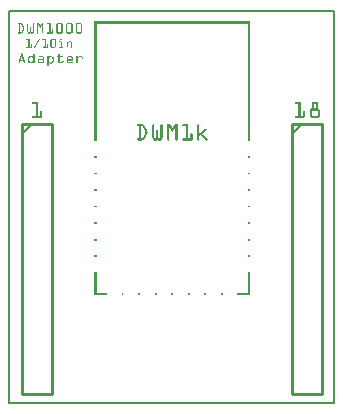
<source format=gto>
G04 MADE WITH FRITZING*
G04 WWW.FRITZING.ORG*
G04 DOUBLE SIDED*
G04 HOLES PLATED*
G04 CONTOUR ON CENTER OF CONTOUR VECTOR*
%ASAXBY*%
%FSLAX23Y23*%
%MOIN*%
%OFA0B0*%
%SFA1.0B1.0*%
%ADD10R,1.091190X1.314330X1.075190X1.298330*%
%ADD11C,0.008000*%
%ADD12C,0.010000*%
%ADD13C,0.005000*%
%ADD14R,0.001000X0.001000*%
%LNSILK1*%
G90*
G70*
G54D11*
X4Y1310D02*
X1087Y1310D01*
X1087Y4D01*
X4Y4D01*
X4Y1310D01*
D02*
G54D12*
X945Y935D02*
X945Y35D01*
D02*
X945Y35D02*
X1045Y35D01*
D02*
X1045Y35D02*
X1045Y935D01*
D02*
X1045Y935D02*
X945Y935D01*
G54D13*
D02*
X945Y900D02*
X980Y935D01*
G54D12*
D02*
X45Y935D02*
X45Y35D01*
D02*
X45Y35D02*
X145Y35D01*
D02*
X145Y35D02*
X145Y935D01*
D02*
X145Y935D02*
X45Y935D01*
G54D13*
D02*
X45Y900D02*
X80Y935D01*
G54D14*
X287Y1275D02*
X806Y1275D01*
X287Y1274D02*
X806Y1274D01*
X287Y1273D02*
X806Y1273D01*
X287Y1272D02*
X806Y1272D01*
X287Y1271D02*
X806Y1271D01*
X287Y1270D02*
X806Y1270D01*
X33Y1269D02*
X44Y1269D01*
X65Y1269D02*
X67Y1269D01*
X82Y1269D02*
X84Y1269D01*
X96Y1269D02*
X101Y1269D01*
X112Y1269D02*
X117Y1269D01*
X129Y1269D02*
X141Y1269D01*
X163Y1269D02*
X179Y1269D01*
X195Y1269D02*
X211Y1269D01*
X227Y1269D02*
X243Y1269D01*
X287Y1269D02*
X806Y1269D01*
X32Y1268D02*
X45Y1268D01*
X64Y1268D02*
X67Y1268D01*
X82Y1268D02*
X85Y1268D01*
X96Y1268D02*
X102Y1268D01*
X112Y1268D02*
X117Y1268D01*
X128Y1268D02*
X141Y1268D01*
X162Y1268D02*
X180Y1268D01*
X194Y1268D02*
X213Y1268D01*
X226Y1268D02*
X245Y1268D01*
X287Y1268D02*
X294Y1268D01*
X798Y1268D02*
X806Y1268D01*
X32Y1267D02*
X47Y1267D01*
X64Y1267D02*
X67Y1267D01*
X82Y1267D02*
X85Y1267D01*
X96Y1267D02*
X103Y1267D01*
X111Y1267D02*
X117Y1267D01*
X128Y1267D02*
X141Y1267D01*
X161Y1267D02*
X181Y1267D01*
X193Y1267D02*
X213Y1267D01*
X225Y1267D02*
X245Y1267D01*
X287Y1267D02*
X294Y1267D01*
X799Y1267D02*
X806Y1267D01*
X32Y1266D02*
X47Y1266D01*
X64Y1266D02*
X67Y1266D01*
X82Y1266D02*
X85Y1266D01*
X96Y1266D02*
X103Y1266D01*
X110Y1266D02*
X117Y1266D01*
X129Y1266D02*
X141Y1266D01*
X161Y1266D02*
X181Y1266D01*
X193Y1266D02*
X214Y1266D01*
X225Y1266D02*
X246Y1266D01*
X287Y1266D02*
X294Y1266D01*
X799Y1266D02*
X806Y1266D01*
X36Y1265D02*
X40Y1265D01*
X43Y1265D02*
X48Y1265D01*
X64Y1265D02*
X67Y1265D01*
X82Y1265D02*
X85Y1265D01*
X96Y1265D02*
X104Y1265D01*
X109Y1265D02*
X117Y1265D01*
X137Y1265D02*
X141Y1265D01*
X160Y1265D02*
X164Y1265D01*
X178Y1265D02*
X182Y1265D01*
X193Y1265D02*
X196Y1265D01*
X210Y1265D02*
X214Y1265D01*
X225Y1265D02*
X229Y1265D01*
X242Y1265D02*
X246Y1265D01*
X287Y1265D02*
X294Y1265D01*
X799Y1265D02*
X806Y1265D01*
X36Y1264D02*
X40Y1264D01*
X44Y1264D02*
X48Y1264D01*
X64Y1264D02*
X67Y1264D01*
X82Y1264D02*
X85Y1264D01*
X96Y1264D02*
X105Y1264D01*
X109Y1264D02*
X117Y1264D01*
X137Y1264D02*
X141Y1264D01*
X160Y1264D02*
X164Y1264D01*
X178Y1264D02*
X182Y1264D01*
X193Y1264D02*
X196Y1264D01*
X210Y1264D02*
X214Y1264D01*
X225Y1264D02*
X228Y1264D01*
X242Y1264D02*
X246Y1264D01*
X287Y1264D02*
X294Y1264D01*
X799Y1264D02*
X806Y1264D01*
X36Y1263D02*
X40Y1263D01*
X45Y1263D02*
X49Y1263D01*
X64Y1263D02*
X67Y1263D01*
X82Y1263D02*
X85Y1263D01*
X96Y1263D02*
X105Y1263D01*
X108Y1263D02*
X117Y1263D01*
X137Y1263D02*
X141Y1263D01*
X160Y1263D02*
X164Y1263D01*
X178Y1263D02*
X182Y1263D01*
X193Y1263D02*
X196Y1263D01*
X210Y1263D02*
X214Y1263D01*
X225Y1263D02*
X228Y1263D01*
X242Y1263D02*
X246Y1263D01*
X287Y1263D02*
X294Y1263D01*
X799Y1263D02*
X806Y1263D01*
X36Y1262D02*
X40Y1262D01*
X45Y1262D02*
X49Y1262D01*
X64Y1262D02*
X67Y1262D01*
X82Y1262D02*
X85Y1262D01*
X96Y1262D02*
X100Y1262D01*
X102Y1262D02*
X112Y1262D01*
X114Y1262D02*
X117Y1262D01*
X137Y1262D02*
X141Y1262D01*
X160Y1262D02*
X164Y1262D01*
X178Y1262D02*
X182Y1262D01*
X193Y1262D02*
X196Y1262D01*
X210Y1262D02*
X214Y1262D01*
X225Y1262D02*
X228Y1262D01*
X242Y1262D02*
X246Y1262D01*
X287Y1262D02*
X294Y1262D01*
X799Y1262D02*
X806Y1262D01*
X36Y1261D02*
X40Y1261D01*
X46Y1261D02*
X50Y1261D01*
X64Y1261D02*
X67Y1261D01*
X82Y1261D02*
X85Y1261D01*
X96Y1261D02*
X100Y1261D01*
X102Y1261D02*
X111Y1261D01*
X114Y1261D02*
X117Y1261D01*
X137Y1261D02*
X141Y1261D01*
X160Y1261D02*
X164Y1261D01*
X178Y1261D02*
X182Y1261D01*
X193Y1261D02*
X196Y1261D01*
X210Y1261D02*
X214Y1261D01*
X225Y1261D02*
X228Y1261D01*
X242Y1261D02*
X246Y1261D01*
X287Y1261D02*
X294Y1261D01*
X799Y1261D02*
X806Y1261D01*
X36Y1260D02*
X40Y1260D01*
X46Y1260D02*
X50Y1260D01*
X64Y1260D02*
X67Y1260D01*
X82Y1260D02*
X85Y1260D01*
X96Y1260D02*
X100Y1260D01*
X103Y1260D02*
X110Y1260D01*
X114Y1260D02*
X117Y1260D01*
X137Y1260D02*
X141Y1260D01*
X160Y1260D02*
X164Y1260D01*
X178Y1260D02*
X182Y1260D01*
X193Y1260D02*
X196Y1260D01*
X210Y1260D02*
X214Y1260D01*
X225Y1260D02*
X228Y1260D01*
X242Y1260D02*
X246Y1260D01*
X287Y1260D02*
X294Y1260D01*
X799Y1260D02*
X806Y1260D01*
X36Y1259D02*
X40Y1259D01*
X47Y1259D02*
X51Y1259D01*
X64Y1259D02*
X67Y1259D01*
X82Y1259D02*
X85Y1259D01*
X96Y1259D02*
X100Y1259D01*
X104Y1259D02*
X110Y1259D01*
X114Y1259D02*
X117Y1259D01*
X137Y1259D02*
X141Y1259D01*
X160Y1259D02*
X164Y1259D01*
X178Y1259D02*
X182Y1259D01*
X193Y1259D02*
X196Y1259D01*
X210Y1259D02*
X214Y1259D01*
X225Y1259D02*
X228Y1259D01*
X242Y1259D02*
X246Y1259D01*
X287Y1259D02*
X294Y1259D01*
X799Y1259D02*
X806Y1259D01*
X36Y1258D02*
X40Y1258D01*
X47Y1258D02*
X51Y1258D01*
X64Y1258D02*
X67Y1258D01*
X74Y1258D02*
X75Y1258D01*
X82Y1258D02*
X85Y1258D01*
X96Y1258D02*
X100Y1258D01*
X104Y1258D02*
X109Y1258D01*
X114Y1258D02*
X117Y1258D01*
X137Y1258D02*
X141Y1258D01*
X160Y1258D02*
X164Y1258D01*
X178Y1258D02*
X182Y1258D01*
X193Y1258D02*
X196Y1258D01*
X210Y1258D02*
X214Y1258D01*
X225Y1258D02*
X228Y1258D01*
X242Y1258D02*
X246Y1258D01*
X287Y1258D02*
X294Y1258D01*
X799Y1258D02*
X806Y1258D01*
X36Y1257D02*
X40Y1257D01*
X48Y1257D02*
X52Y1257D01*
X64Y1257D02*
X67Y1257D01*
X73Y1257D02*
X76Y1257D01*
X82Y1257D02*
X85Y1257D01*
X96Y1257D02*
X100Y1257D01*
X105Y1257D02*
X108Y1257D01*
X114Y1257D02*
X117Y1257D01*
X137Y1257D02*
X141Y1257D01*
X160Y1257D02*
X164Y1257D01*
X178Y1257D02*
X182Y1257D01*
X193Y1257D02*
X196Y1257D01*
X210Y1257D02*
X214Y1257D01*
X225Y1257D02*
X228Y1257D01*
X242Y1257D02*
X246Y1257D01*
X287Y1257D02*
X294Y1257D01*
X799Y1257D02*
X806Y1257D01*
X36Y1256D02*
X40Y1256D01*
X48Y1256D02*
X52Y1256D01*
X64Y1256D02*
X67Y1256D01*
X73Y1256D02*
X76Y1256D01*
X82Y1256D02*
X85Y1256D01*
X96Y1256D02*
X100Y1256D01*
X105Y1256D02*
X108Y1256D01*
X114Y1256D02*
X117Y1256D01*
X137Y1256D02*
X141Y1256D01*
X160Y1256D02*
X164Y1256D01*
X178Y1256D02*
X182Y1256D01*
X193Y1256D02*
X196Y1256D01*
X210Y1256D02*
X214Y1256D01*
X225Y1256D02*
X228Y1256D01*
X242Y1256D02*
X246Y1256D01*
X287Y1256D02*
X294Y1256D01*
X799Y1256D02*
X806Y1256D01*
X36Y1255D02*
X40Y1255D01*
X49Y1255D02*
X53Y1255D01*
X64Y1255D02*
X67Y1255D01*
X73Y1255D02*
X76Y1255D01*
X82Y1255D02*
X85Y1255D01*
X96Y1255D02*
X100Y1255D01*
X105Y1255D02*
X108Y1255D01*
X114Y1255D02*
X117Y1255D01*
X137Y1255D02*
X141Y1255D01*
X160Y1255D02*
X164Y1255D01*
X178Y1255D02*
X182Y1255D01*
X193Y1255D02*
X196Y1255D01*
X210Y1255D02*
X214Y1255D01*
X225Y1255D02*
X228Y1255D01*
X242Y1255D02*
X246Y1255D01*
X287Y1255D02*
X294Y1255D01*
X799Y1255D02*
X806Y1255D01*
X36Y1254D02*
X40Y1254D01*
X49Y1254D02*
X53Y1254D01*
X64Y1254D02*
X67Y1254D01*
X73Y1254D02*
X76Y1254D01*
X82Y1254D02*
X85Y1254D01*
X96Y1254D02*
X100Y1254D01*
X106Y1254D02*
X107Y1254D01*
X114Y1254D02*
X117Y1254D01*
X137Y1254D02*
X141Y1254D01*
X160Y1254D02*
X164Y1254D01*
X178Y1254D02*
X182Y1254D01*
X193Y1254D02*
X196Y1254D01*
X210Y1254D02*
X214Y1254D01*
X225Y1254D02*
X228Y1254D01*
X242Y1254D02*
X246Y1254D01*
X287Y1254D02*
X294Y1254D01*
X799Y1254D02*
X806Y1254D01*
X36Y1253D02*
X40Y1253D01*
X49Y1253D02*
X53Y1253D01*
X64Y1253D02*
X67Y1253D01*
X73Y1253D02*
X76Y1253D01*
X82Y1253D02*
X85Y1253D01*
X96Y1253D02*
X100Y1253D01*
X114Y1253D02*
X117Y1253D01*
X137Y1253D02*
X141Y1253D01*
X160Y1253D02*
X164Y1253D01*
X178Y1253D02*
X182Y1253D01*
X193Y1253D02*
X196Y1253D01*
X210Y1253D02*
X214Y1253D01*
X225Y1253D02*
X228Y1253D01*
X242Y1253D02*
X246Y1253D01*
X287Y1253D02*
X294Y1253D01*
X799Y1253D02*
X806Y1253D01*
X36Y1252D02*
X40Y1252D01*
X49Y1252D02*
X53Y1252D01*
X64Y1252D02*
X67Y1252D01*
X73Y1252D02*
X76Y1252D01*
X82Y1252D02*
X85Y1252D01*
X96Y1252D02*
X100Y1252D01*
X114Y1252D02*
X117Y1252D01*
X137Y1252D02*
X141Y1252D01*
X160Y1252D02*
X164Y1252D01*
X178Y1252D02*
X182Y1252D01*
X193Y1252D02*
X196Y1252D01*
X210Y1252D02*
X214Y1252D01*
X225Y1252D02*
X228Y1252D01*
X242Y1252D02*
X246Y1252D01*
X287Y1252D02*
X294Y1252D01*
X799Y1252D02*
X806Y1252D01*
X36Y1251D02*
X40Y1251D01*
X49Y1251D02*
X53Y1251D01*
X64Y1251D02*
X67Y1251D01*
X73Y1251D02*
X76Y1251D01*
X82Y1251D02*
X85Y1251D01*
X96Y1251D02*
X100Y1251D01*
X114Y1251D02*
X117Y1251D01*
X137Y1251D02*
X141Y1251D01*
X160Y1251D02*
X164Y1251D01*
X178Y1251D02*
X182Y1251D01*
X193Y1251D02*
X196Y1251D01*
X210Y1251D02*
X214Y1251D01*
X225Y1251D02*
X228Y1251D01*
X242Y1251D02*
X246Y1251D01*
X287Y1251D02*
X294Y1251D01*
X799Y1251D02*
X806Y1251D01*
X36Y1250D02*
X40Y1250D01*
X49Y1250D02*
X53Y1250D01*
X64Y1250D02*
X67Y1250D01*
X73Y1250D02*
X76Y1250D01*
X82Y1250D02*
X85Y1250D01*
X96Y1250D02*
X100Y1250D01*
X114Y1250D02*
X117Y1250D01*
X137Y1250D02*
X141Y1250D01*
X147Y1250D02*
X149Y1250D01*
X160Y1250D02*
X164Y1250D01*
X178Y1250D02*
X182Y1250D01*
X193Y1250D02*
X196Y1250D01*
X210Y1250D02*
X214Y1250D01*
X225Y1250D02*
X228Y1250D01*
X242Y1250D02*
X246Y1250D01*
X287Y1250D02*
X294Y1250D01*
X799Y1250D02*
X806Y1250D01*
X36Y1249D02*
X40Y1249D01*
X49Y1249D02*
X52Y1249D01*
X64Y1249D02*
X67Y1249D01*
X73Y1249D02*
X76Y1249D01*
X82Y1249D02*
X85Y1249D01*
X96Y1249D02*
X100Y1249D01*
X114Y1249D02*
X117Y1249D01*
X137Y1249D02*
X141Y1249D01*
X146Y1249D02*
X149Y1249D01*
X160Y1249D02*
X164Y1249D01*
X178Y1249D02*
X182Y1249D01*
X193Y1249D02*
X196Y1249D01*
X210Y1249D02*
X214Y1249D01*
X225Y1249D02*
X228Y1249D01*
X242Y1249D02*
X246Y1249D01*
X287Y1249D02*
X294Y1249D01*
X799Y1249D02*
X806Y1249D01*
X36Y1248D02*
X40Y1248D01*
X48Y1248D02*
X52Y1248D01*
X64Y1248D02*
X67Y1248D01*
X73Y1248D02*
X76Y1248D01*
X82Y1248D02*
X85Y1248D01*
X96Y1248D02*
X100Y1248D01*
X114Y1248D02*
X117Y1248D01*
X137Y1248D02*
X141Y1248D01*
X146Y1248D02*
X149Y1248D01*
X160Y1248D02*
X164Y1248D01*
X178Y1248D02*
X182Y1248D01*
X193Y1248D02*
X196Y1248D01*
X210Y1248D02*
X214Y1248D01*
X225Y1248D02*
X228Y1248D01*
X242Y1248D02*
X246Y1248D01*
X287Y1248D02*
X294Y1248D01*
X799Y1248D02*
X806Y1248D01*
X36Y1247D02*
X40Y1247D01*
X47Y1247D02*
X52Y1247D01*
X64Y1247D02*
X67Y1247D01*
X73Y1247D02*
X76Y1247D01*
X82Y1247D02*
X85Y1247D01*
X96Y1247D02*
X100Y1247D01*
X114Y1247D02*
X117Y1247D01*
X137Y1247D02*
X141Y1247D01*
X146Y1247D02*
X149Y1247D01*
X160Y1247D02*
X164Y1247D01*
X178Y1247D02*
X182Y1247D01*
X193Y1247D02*
X196Y1247D01*
X210Y1247D02*
X214Y1247D01*
X225Y1247D02*
X228Y1247D01*
X242Y1247D02*
X246Y1247D01*
X287Y1247D02*
X294Y1247D01*
X799Y1247D02*
X806Y1247D01*
X36Y1246D02*
X40Y1246D01*
X47Y1246D02*
X51Y1246D01*
X64Y1246D02*
X67Y1246D01*
X73Y1246D02*
X76Y1246D01*
X82Y1246D02*
X85Y1246D01*
X96Y1246D02*
X100Y1246D01*
X114Y1246D02*
X117Y1246D01*
X137Y1246D02*
X141Y1246D01*
X146Y1246D02*
X149Y1246D01*
X160Y1246D02*
X164Y1246D01*
X178Y1246D02*
X182Y1246D01*
X193Y1246D02*
X196Y1246D01*
X210Y1246D02*
X214Y1246D01*
X225Y1246D02*
X228Y1246D01*
X242Y1246D02*
X246Y1246D01*
X287Y1246D02*
X294Y1246D01*
X799Y1246D02*
X806Y1246D01*
X36Y1245D02*
X40Y1245D01*
X46Y1245D02*
X51Y1245D01*
X64Y1245D02*
X67Y1245D01*
X73Y1245D02*
X76Y1245D01*
X82Y1245D02*
X85Y1245D01*
X96Y1245D02*
X100Y1245D01*
X114Y1245D02*
X117Y1245D01*
X137Y1245D02*
X141Y1245D01*
X146Y1245D02*
X149Y1245D01*
X160Y1245D02*
X164Y1245D01*
X178Y1245D02*
X182Y1245D01*
X193Y1245D02*
X196Y1245D01*
X210Y1245D02*
X214Y1245D01*
X225Y1245D02*
X228Y1245D01*
X242Y1245D02*
X246Y1245D01*
X287Y1245D02*
X294Y1245D01*
X799Y1245D02*
X806Y1245D01*
X36Y1244D02*
X40Y1244D01*
X46Y1244D02*
X50Y1244D01*
X64Y1244D02*
X67Y1244D01*
X73Y1244D02*
X76Y1244D01*
X82Y1244D02*
X85Y1244D01*
X96Y1244D02*
X100Y1244D01*
X114Y1244D02*
X117Y1244D01*
X137Y1244D02*
X141Y1244D01*
X146Y1244D02*
X149Y1244D01*
X160Y1244D02*
X164Y1244D01*
X178Y1244D02*
X182Y1244D01*
X193Y1244D02*
X196Y1244D01*
X210Y1244D02*
X214Y1244D01*
X225Y1244D02*
X228Y1244D01*
X242Y1244D02*
X246Y1244D01*
X287Y1244D02*
X294Y1244D01*
X799Y1244D02*
X806Y1244D01*
X36Y1243D02*
X40Y1243D01*
X45Y1243D02*
X50Y1243D01*
X64Y1243D02*
X67Y1243D01*
X73Y1243D02*
X76Y1243D01*
X82Y1243D02*
X85Y1243D01*
X96Y1243D02*
X100Y1243D01*
X114Y1243D02*
X117Y1243D01*
X137Y1243D02*
X141Y1243D01*
X146Y1243D02*
X149Y1243D01*
X160Y1243D02*
X164Y1243D01*
X178Y1243D02*
X182Y1243D01*
X193Y1243D02*
X196Y1243D01*
X210Y1243D02*
X214Y1243D01*
X225Y1243D02*
X228Y1243D01*
X242Y1243D02*
X246Y1243D01*
X287Y1243D02*
X294Y1243D01*
X799Y1243D02*
X806Y1243D01*
X36Y1242D02*
X40Y1242D01*
X45Y1242D02*
X49Y1242D01*
X64Y1242D02*
X67Y1242D01*
X73Y1242D02*
X76Y1242D01*
X82Y1242D02*
X85Y1242D01*
X96Y1242D02*
X100Y1242D01*
X114Y1242D02*
X117Y1242D01*
X137Y1242D02*
X141Y1242D01*
X146Y1242D02*
X149Y1242D01*
X160Y1242D02*
X164Y1242D01*
X178Y1242D02*
X182Y1242D01*
X193Y1242D02*
X196Y1242D01*
X210Y1242D02*
X214Y1242D01*
X225Y1242D02*
X228Y1242D01*
X242Y1242D02*
X246Y1242D01*
X287Y1242D02*
X294Y1242D01*
X799Y1242D02*
X806Y1242D01*
X36Y1241D02*
X40Y1241D01*
X44Y1241D02*
X49Y1241D01*
X64Y1241D02*
X68Y1241D01*
X72Y1241D02*
X77Y1241D01*
X81Y1241D02*
X85Y1241D01*
X96Y1241D02*
X100Y1241D01*
X114Y1241D02*
X117Y1241D01*
X137Y1241D02*
X141Y1241D01*
X146Y1241D02*
X149Y1241D01*
X160Y1241D02*
X164Y1241D01*
X178Y1241D02*
X182Y1241D01*
X193Y1241D02*
X196Y1241D01*
X210Y1241D02*
X214Y1241D01*
X225Y1241D02*
X228Y1241D01*
X242Y1241D02*
X246Y1241D01*
X287Y1241D02*
X294Y1241D01*
X799Y1241D02*
X806Y1241D01*
X36Y1240D02*
X40Y1240D01*
X44Y1240D02*
X48Y1240D01*
X64Y1240D02*
X68Y1240D01*
X72Y1240D02*
X77Y1240D01*
X81Y1240D02*
X85Y1240D01*
X96Y1240D02*
X100Y1240D01*
X114Y1240D02*
X117Y1240D01*
X137Y1240D02*
X141Y1240D01*
X146Y1240D02*
X149Y1240D01*
X160Y1240D02*
X164Y1240D01*
X178Y1240D02*
X182Y1240D01*
X193Y1240D02*
X196Y1240D01*
X210Y1240D02*
X214Y1240D01*
X225Y1240D02*
X228Y1240D01*
X242Y1240D02*
X246Y1240D01*
X287Y1240D02*
X294Y1240D01*
X799Y1240D02*
X806Y1240D01*
X33Y1239D02*
X48Y1239D01*
X65Y1239D02*
X84Y1239D01*
X96Y1239D02*
X100Y1239D01*
X114Y1239D02*
X117Y1239D01*
X129Y1239D02*
X149Y1239D01*
X161Y1239D02*
X182Y1239D01*
X193Y1239D02*
X214Y1239D01*
X225Y1239D02*
X246Y1239D01*
X287Y1239D02*
X294Y1239D01*
X799Y1239D02*
X806Y1239D01*
X32Y1238D02*
X47Y1238D01*
X65Y1238D02*
X84Y1238D01*
X96Y1238D02*
X100Y1238D01*
X114Y1238D02*
X117Y1238D01*
X129Y1238D02*
X149Y1238D01*
X161Y1238D02*
X181Y1238D01*
X193Y1238D02*
X213Y1238D01*
X225Y1238D02*
X246Y1238D01*
X287Y1238D02*
X294Y1238D01*
X799Y1238D02*
X806Y1238D01*
X32Y1237D02*
X46Y1237D01*
X66Y1237D02*
X83Y1237D01*
X96Y1237D02*
X100Y1237D01*
X114Y1237D02*
X117Y1237D01*
X128Y1237D02*
X149Y1237D01*
X161Y1237D02*
X181Y1237D01*
X193Y1237D02*
X213Y1237D01*
X226Y1237D02*
X245Y1237D01*
X287Y1237D02*
X294Y1237D01*
X799Y1237D02*
X806Y1237D01*
X32Y1236D02*
X45Y1236D01*
X66Y1236D02*
X83Y1236D01*
X96Y1236D02*
X99Y1236D01*
X114Y1236D02*
X117Y1236D01*
X129Y1236D02*
X149Y1236D01*
X162Y1236D02*
X180Y1236D01*
X194Y1236D02*
X212Y1236D01*
X226Y1236D02*
X244Y1236D01*
X287Y1236D02*
X294Y1236D01*
X799Y1236D02*
X806Y1236D01*
X33Y1235D02*
X42Y1235D01*
X68Y1235D02*
X72Y1235D01*
X77Y1235D02*
X81Y1235D01*
X98Y1235D02*
X98Y1235D01*
X115Y1235D02*
X116Y1235D01*
X130Y1235D02*
X148Y1235D01*
X164Y1235D02*
X178Y1235D01*
X196Y1235D02*
X210Y1235D01*
X229Y1235D02*
X242Y1235D01*
X287Y1235D02*
X294Y1235D01*
X799Y1235D02*
X806Y1235D01*
X287Y1234D02*
X294Y1234D01*
X799Y1234D02*
X806Y1234D01*
X287Y1233D02*
X294Y1233D01*
X799Y1233D02*
X806Y1233D01*
X287Y1232D02*
X294Y1232D01*
X799Y1232D02*
X806Y1232D01*
X287Y1231D02*
X294Y1231D01*
X799Y1231D02*
X806Y1231D01*
X287Y1230D02*
X294Y1230D01*
X799Y1230D02*
X806Y1230D01*
X287Y1229D02*
X294Y1229D01*
X799Y1229D02*
X806Y1229D01*
X287Y1228D02*
X294Y1228D01*
X799Y1228D02*
X806Y1228D01*
X287Y1227D02*
X294Y1227D01*
X799Y1227D02*
X806Y1227D01*
X287Y1226D02*
X294Y1226D01*
X799Y1226D02*
X806Y1226D01*
X287Y1225D02*
X294Y1225D01*
X799Y1225D02*
X806Y1225D01*
X287Y1224D02*
X294Y1224D01*
X799Y1224D02*
X806Y1224D01*
X287Y1223D02*
X294Y1223D01*
X799Y1223D02*
X806Y1223D01*
X287Y1222D02*
X294Y1222D01*
X799Y1222D02*
X806Y1222D01*
X287Y1221D02*
X294Y1221D01*
X799Y1221D02*
X806Y1221D01*
X287Y1220D02*
X294Y1220D01*
X799Y1220D02*
X806Y1220D01*
X287Y1219D02*
X294Y1219D01*
X799Y1219D02*
X806Y1219D01*
X174Y1218D02*
X178Y1218D01*
X287Y1218D02*
X294Y1218D01*
X799Y1218D02*
X806Y1218D01*
X62Y1217D02*
X70Y1217D01*
X116Y1217D02*
X124Y1217D01*
X145Y1217D02*
X155Y1217D01*
X174Y1217D02*
X178Y1217D01*
X287Y1217D02*
X294Y1217D01*
X799Y1217D02*
X806Y1217D01*
X61Y1216D02*
X71Y1216D01*
X102Y1216D02*
X105Y1216D01*
X114Y1216D02*
X124Y1216D01*
X142Y1216D02*
X157Y1216D01*
X174Y1216D02*
X178Y1216D01*
X287Y1216D02*
X294Y1216D01*
X799Y1216D02*
X806Y1216D01*
X60Y1215D02*
X71Y1215D01*
X102Y1215D02*
X105Y1215D01*
X114Y1215D02*
X124Y1215D01*
X142Y1215D02*
X158Y1215D01*
X174Y1215D02*
X178Y1215D01*
X287Y1215D02*
X294Y1215D01*
X799Y1215D02*
X806Y1215D01*
X61Y1214D02*
X71Y1214D01*
X101Y1214D02*
X104Y1214D01*
X115Y1214D02*
X124Y1214D01*
X141Y1214D02*
X159Y1214D01*
X174Y1214D02*
X178Y1214D01*
X287Y1214D02*
X294Y1214D01*
X799Y1214D02*
X806Y1214D01*
X68Y1213D02*
X71Y1213D01*
X101Y1213D02*
X104Y1213D01*
X121Y1213D02*
X124Y1213D01*
X141Y1213D02*
X144Y1213D01*
X156Y1213D02*
X159Y1213D01*
X287Y1213D02*
X294Y1213D01*
X799Y1213D02*
X806Y1213D01*
X68Y1212D02*
X71Y1212D01*
X100Y1212D02*
X103Y1212D01*
X122Y1212D02*
X124Y1212D01*
X141Y1212D02*
X144Y1212D01*
X156Y1212D02*
X159Y1212D01*
X287Y1212D02*
X294Y1212D01*
X799Y1212D02*
X806Y1212D01*
X68Y1211D02*
X71Y1211D01*
X99Y1211D02*
X103Y1211D01*
X122Y1211D02*
X124Y1211D01*
X141Y1211D02*
X144Y1211D01*
X156Y1211D02*
X159Y1211D01*
X287Y1211D02*
X294Y1211D01*
X799Y1211D02*
X806Y1211D01*
X68Y1210D02*
X71Y1210D01*
X99Y1210D02*
X102Y1210D01*
X122Y1210D02*
X124Y1210D01*
X141Y1210D02*
X144Y1210D01*
X156Y1210D02*
X159Y1210D01*
X287Y1210D02*
X294Y1210D01*
X799Y1210D02*
X806Y1210D01*
X68Y1209D02*
X71Y1209D01*
X98Y1209D02*
X102Y1209D01*
X122Y1209D02*
X124Y1209D01*
X141Y1209D02*
X144Y1209D01*
X156Y1209D02*
X159Y1209D01*
X171Y1209D02*
X177Y1209D01*
X196Y1209D02*
X197Y1209D01*
X204Y1209D02*
X208Y1209D01*
X287Y1209D02*
X294Y1209D01*
X799Y1209D02*
X806Y1209D01*
X68Y1208D02*
X71Y1208D01*
X98Y1208D02*
X101Y1208D01*
X122Y1208D02*
X124Y1208D01*
X141Y1208D02*
X144Y1208D01*
X156Y1208D02*
X159Y1208D01*
X170Y1208D02*
X178Y1208D01*
X195Y1208D02*
X198Y1208D01*
X202Y1208D02*
X210Y1208D01*
X287Y1208D02*
X294Y1208D01*
X799Y1208D02*
X806Y1208D01*
X68Y1207D02*
X71Y1207D01*
X97Y1207D02*
X100Y1207D01*
X122Y1207D02*
X124Y1207D01*
X141Y1207D02*
X144Y1207D01*
X156Y1207D02*
X159Y1207D01*
X170Y1207D02*
X178Y1207D01*
X195Y1207D02*
X198Y1207D01*
X200Y1207D02*
X211Y1207D01*
X287Y1207D02*
X294Y1207D01*
X799Y1207D02*
X806Y1207D01*
X68Y1206D02*
X71Y1206D01*
X96Y1206D02*
X100Y1206D01*
X122Y1206D02*
X124Y1206D01*
X141Y1206D02*
X144Y1206D01*
X156Y1206D02*
X159Y1206D01*
X170Y1206D02*
X178Y1206D01*
X195Y1206D02*
X212Y1206D01*
X287Y1206D02*
X294Y1206D01*
X799Y1206D02*
X806Y1206D01*
X68Y1205D02*
X71Y1205D01*
X96Y1205D02*
X99Y1205D01*
X122Y1205D02*
X124Y1205D01*
X141Y1205D02*
X144Y1205D01*
X156Y1205D02*
X159Y1205D01*
X175Y1205D02*
X178Y1205D01*
X195Y1205D02*
X203Y1205D01*
X209Y1205D02*
X212Y1205D01*
X287Y1205D02*
X294Y1205D01*
X799Y1205D02*
X806Y1205D01*
X68Y1204D02*
X71Y1204D01*
X95Y1204D02*
X99Y1204D01*
X122Y1204D02*
X124Y1204D01*
X141Y1204D02*
X144Y1204D01*
X156Y1204D02*
X159Y1204D01*
X175Y1204D02*
X178Y1204D01*
X195Y1204D02*
X202Y1204D01*
X209Y1204D02*
X212Y1204D01*
X287Y1204D02*
X294Y1204D01*
X799Y1204D02*
X806Y1204D01*
X68Y1203D02*
X71Y1203D01*
X95Y1203D02*
X98Y1203D01*
X122Y1203D02*
X124Y1203D01*
X141Y1203D02*
X144Y1203D01*
X156Y1203D02*
X159Y1203D01*
X175Y1203D02*
X178Y1203D01*
X195Y1203D02*
X200Y1203D01*
X209Y1203D02*
X212Y1203D01*
X287Y1203D02*
X294Y1203D01*
X799Y1203D02*
X806Y1203D01*
X68Y1202D02*
X71Y1202D01*
X94Y1202D02*
X97Y1202D01*
X122Y1202D02*
X124Y1202D01*
X141Y1202D02*
X144Y1202D01*
X156Y1202D02*
X159Y1202D01*
X175Y1202D02*
X178Y1202D01*
X195Y1202D02*
X199Y1202D01*
X209Y1202D02*
X212Y1202D01*
X287Y1202D02*
X294Y1202D01*
X799Y1202D02*
X806Y1202D01*
X68Y1201D02*
X71Y1201D01*
X76Y1201D02*
X77Y1201D01*
X93Y1201D02*
X97Y1201D01*
X122Y1201D02*
X124Y1201D01*
X130Y1201D02*
X131Y1201D01*
X141Y1201D02*
X144Y1201D01*
X156Y1201D02*
X159Y1201D01*
X175Y1201D02*
X178Y1201D01*
X195Y1201D02*
X198Y1201D01*
X209Y1201D02*
X212Y1201D01*
X287Y1201D02*
X294Y1201D01*
X799Y1201D02*
X806Y1201D01*
X68Y1200D02*
X71Y1200D01*
X75Y1200D02*
X78Y1200D01*
X93Y1200D02*
X96Y1200D01*
X122Y1200D02*
X124Y1200D01*
X129Y1200D02*
X132Y1200D01*
X141Y1200D02*
X144Y1200D01*
X156Y1200D02*
X159Y1200D01*
X175Y1200D02*
X178Y1200D01*
X195Y1200D02*
X198Y1200D01*
X209Y1200D02*
X212Y1200D01*
X287Y1200D02*
X294Y1200D01*
X799Y1200D02*
X806Y1200D01*
X68Y1199D02*
X71Y1199D01*
X75Y1199D02*
X78Y1199D01*
X92Y1199D02*
X96Y1199D01*
X122Y1199D02*
X124Y1199D01*
X129Y1199D02*
X132Y1199D01*
X141Y1199D02*
X144Y1199D01*
X156Y1199D02*
X159Y1199D01*
X175Y1199D02*
X178Y1199D01*
X195Y1199D02*
X198Y1199D01*
X209Y1199D02*
X212Y1199D01*
X287Y1199D02*
X294Y1199D01*
X799Y1199D02*
X806Y1199D01*
X68Y1198D02*
X71Y1198D01*
X75Y1198D02*
X78Y1198D01*
X92Y1198D02*
X95Y1198D01*
X122Y1198D02*
X124Y1198D01*
X129Y1198D02*
X132Y1198D01*
X141Y1198D02*
X144Y1198D01*
X156Y1198D02*
X159Y1198D01*
X175Y1198D02*
X178Y1198D01*
X195Y1198D02*
X198Y1198D01*
X209Y1198D02*
X212Y1198D01*
X287Y1198D02*
X294Y1198D01*
X799Y1198D02*
X806Y1198D01*
X68Y1197D02*
X71Y1197D01*
X75Y1197D02*
X78Y1197D01*
X91Y1197D02*
X95Y1197D01*
X122Y1197D02*
X124Y1197D01*
X129Y1197D02*
X132Y1197D01*
X141Y1197D02*
X144Y1197D01*
X156Y1197D02*
X159Y1197D01*
X175Y1197D02*
X178Y1197D01*
X195Y1197D02*
X198Y1197D01*
X209Y1197D02*
X212Y1197D01*
X287Y1197D02*
X294Y1197D01*
X799Y1197D02*
X806Y1197D01*
X68Y1196D02*
X71Y1196D01*
X75Y1196D02*
X78Y1196D01*
X91Y1196D02*
X94Y1196D01*
X122Y1196D02*
X124Y1196D01*
X129Y1196D02*
X132Y1196D01*
X141Y1196D02*
X144Y1196D01*
X156Y1196D02*
X159Y1196D01*
X175Y1196D02*
X178Y1196D01*
X195Y1196D02*
X198Y1196D01*
X209Y1196D02*
X212Y1196D01*
X287Y1196D02*
X294Y1196D01*
X799Y1196D02*
X806Y1196D01*
X68Y1195D02*
X71Y1195D01*
X75Y1195D02*
X78Y1195D01*
X90Y1195D02*
X93Y1195D01*
X122Y1195D02*
X124Y1195D01*
X129Y1195D02*
X132Y1195D01*
X141Y1195D02*
X144Y1195D01*
X156Y1195D02*
X159Y1195D01*
X175Y1195D02*
X178Y1195D01*
X195Y1195D02*
X198Y1195D01*
X209Y1195D02*
X212Y1195D01*
X287Y1195D02*
X294Y1195D01*
X799Y1195D02*
X806Y1195D01*
X68Y1194D02*
X71Y1194D01*
X75Y1194D02*
X78Y1194D01*
X89Y1194D02*
X93Y1194D01*
X122Y1194D02*
X124Y1194D01*
X129Y1194D02*
X132Y1194D01*
X141Y1194D02*
X144Y1194D01*
X156Y1194D02*
X159Y1194D01*
X175Y1194D02*
X178Y1194D01*
X195Y1194D02*
X198Y1194D01*
X209Y1194D02*
X212Y1194D01*
X287Y1194D02*
X294Y1194D01*
X799Y1194D02*
X806Y1194D01*
X68Y1193D02*
X71Y1193D01*
X75Y1193D02*
X78Y1193D01*
X89Y1193D02*
X92Y1193D01*
X122Y1193D02*
X124Y1193D01*
X129Y1193D02*
X132Y1193D01*
X141Y1193D02*
X144Y1193D01*
X156Y1193D02*
X159Y1193D01*
X175Y1193D02*
X178Y1193D01*
X195Y1193D02*
X198Y1193D01*
X209Y1193D02*
X212Y1193D01*
X287Y1193D02*
X294Y1193D01*
X799Y1193D02*
X806Y1193D01*
X68Y1192D02*
X71Y1192D01*
X75Y1192D02*
X78Y1192D01*
X88Y1192D02*
X92Y1192D01*
X121Y1192D02*
X125Y1192D01*
X129Y1192D02*
X132Y1192D01*
X141Y1192D02*
X144Y1192D01*
X156Y1192D02*
X159Y1192D01*
X175Y1192D02*
X178Y1192D01*
X195Y1192D02*
X198Y1192D01*
X209Y1192D02*
X212Y1192D01*
X287Y1192D02*
X294Y1192D01*
X799Y1192D02*
X806Y1192D01*
X61Y1191D02*
X78Y1191D01*
X88Y1191D02*
X91Y1191D01*
X115Y1191D02*
X132Y1191D01*
X141Y1191D02*
X159Y1191D01*
X170Y1191D02*
X183Y1191D01*
X195Y1191D02*
X198Y1191D01*
X209Y1191D02*
X212Y1191D01*
X287Y1191D02*
X294Y1191D01*
X799Y1191D02*
X806Y1191D01*
X60Y1190D02*
X78Y1190D01*
X87Y1190D02*
X90Y1190D01*
X114Y1190D02*
X132Y1190D01*
X142Y1190D02*
X158Y1190D01*
X170Y1190D02*
X184Y1190D01*
X195Y1190D02*
X198Y1190D01*
X209Y1190D02*
X212Y1190D01*
X287Y1190D02*
X294Y1190D01*
X799Y1190D02*
X806Y1190D01*
X61Y1189D02*
X78Y1189D01*
X88Y1189D02*
X90Y1189D01*
X115Y1189D02*
X131Y1189D01*
X143Y1189D02*
X157Y1189D01*
X170Y1189D02*
X183Y1189D01*
X195Y1189D02*
X197Y1189D01*
X210Y1189D02*
X212Y1189D01*
X287Y1189D02*
X294Y1189D01*
X799Y1189D02*
X806Y1189D01*
X287Y1188D02*
X294Y1188D01*
X799Y1188D02*
X806Y1188D01*
X287Y1187D02*
X294Y1187D01*
X799Y1187D02*
X806Y1187D01*
X287Y1186D02*
X294Y1186D01*
X799Y1186D02*
X806Y1186D01*
X287Y1185D02*
X294Y1185D01*
X799Y1185D02*
X806Y1185D01*
X287Y1184D02*
X294Y1184D01*
X799Y1184D02*
X806Y1184D01*
X287Y1183D02*
X294Y1183D01*
X799Y1183D02*
X806Y1183D01*
X287Y1182D02*
X294Y1182D01*
X799Y1182D02*
X806Y1182D01*
X287Y1181D02*
X294Y1181D01*
X799Y1181D02*
X806Y1181D01*
X287Y1180D02*
X294Y1180D01*
X799Y1180D02*
X806Y1180D01*
X287Y1179D02*
X294Y1179D01*
X799Y1179D02*
X806Y1179D01*
X287Y1178D02*
X294Y1178D01*
X799Y1178D02*
X806Y1178D01*
X287Y1177D02*
X294Y1177D01*
X799Y1177D02*
X806Y1177D01*
X287Y1176D02*
X294Y1176D01*
X799Y1176D02*
X806Y1176D01*
X287Y1175D02*
X294Y1175D01*
X799Y1175D02*
X806Y1175D01*
X287Y1174D02*
X294Y1174D01*
X799Y1174D02*
X806Y1174D01*
X287Y1173D02*
X294Y1173D01*
X799Y1173D02*
X806Y1173D01*
X287Y1172D02*
X294Y1172D01*
X799Y1172D02*
X806Y1172D01*
X287Y1171D02*
X294Y1171D01*
X799Y1171D02*
X806Y1171D01*
X86Y1170D02*
X86Y1170D01*
X287Y1170D02*
X294Y1170D01*
X799Y1170D02*
X806Y1170D01*
X44Y1169D02*
X46Y1169D01*
X85Y1169D02*
X87Y1169D01*
X287Y1169D02*
X294Y1169D01*
X799Y1169D02*
X806Y1169D01*
X43Y1168D02*
X47Y1168D01*
X84Y1168D02*
X88Y1168D01*
X169Y1168D02*
X169Y1168D01*
X287Y1168D02*
X294Y1168D01*
X799Y1168D02*
X806Y1168D01*
X43Y1167D02*
X47Y1167D01*
X84Y1167D02*
X88Y1167D01*
X168Y1167D02*
X171Y1167D01*
X287Y1167D02*
X294Y1167D01*
X799Y1167D02*
X806Y1167D01*
X43Y1166D02*
X47Y1166D01*
X84Y1166D02*
X88Y1166D01*
X167Y1166D02*
X171Y1166D01*
X287Y1166D02*
X294Y1166D01*
X799Y1166D02*
X806Y1166D01*
X42Y1165D02*
X48Y1165D01*
X84Y1165D02*
X88Y1165D01*
X167Y1165D02*
X171Y1165D01*
X287Y1165D02*
X294Y1165D01*
X799Y1165D02*
X806Y1165D01*
X42Y1164D02*
X48Y1164D01*
X84Y1164D02*
X88Y1164D01*
X167Y1164D02*
X171Y1164D01*
X287Y1164D02*
X294Y1164D01*
X799Y1164D02*
X806Y1164D01*
X42Y1163D02*
X48Y1163D01*
X84Y1163D02*
X88Y1163D01*
X167Y1163D02*
X171Y1163D01*
X287Y1163D02*
X294Y1163D01*
X799Y1163D02*
X806Y1163D01*
X42Y1162D02*
X49Y1162D01*
X84Y1162D02*
X88Y1162D01*
X167Y1162D02*
X171Y1162D01*
X287Y1162D02*
X294Y1162D01*
X799Y1162D02*
X806Y1162D01*
X41Y1161D02*
X49Y1161D01*
X84Y1161D02*
X88Y1161D01*
X132Y1161D02*
X134Y1161D01*
X139Y1161D02*
X144Y1161D01*
X167Y1161D02*
X171Y1161D01*
X287Y1161D02*
X294Y1161D01*
X799Y1161D02*
X806Y1161D01*
X41Y1160D02*
X49Y1160D01*
X72Y1160D02*
X80Y1160D01*
X84Y1160D02*
X88Y1160D01*
X104Y1160D02*
X116Y1160D01*
X131Y1160D02*
X134Y1160D01*
X137Y1160D02*
X146Y1160D01*
X164Y1160D02*
X181Y1160D01*
X201Y1160D02*
X211Y1160D01*
X228Y1160D02*
X230Y1160D01*
X237Y1160D02*
X244Y1160D01*
X287Y1160D02*
X294Y1160D01*
X799Y1160D02*
X806Y1160D01*
X41Y1159D02*
X49Y1159D01*
X71Y1159D02*
X82Y1159D01*
X84Y1159D02*
X88Y1159D01*
X103Y1159D02*
X117Y1159D01*
X131Y1159D02*
X134Y1159D01*
X136Y1159D02*
X147Y1159D01*
X163Y1159D02*
X182Y1159D01*
X199Y1159D02*
X212Y1159D01*
X227Y1159D02*
X231Y1159D01*
X236Y1159D02*
X246Y1159D01*
X287Y1159D02*
X294Y1159D01*
X799Y1159D02*
X806Y1159D01*
X40Y1158D02*
X44Y1158D01*
X46Y1158D02*
X50Y1158D01*
X69Y1158D02*
X88Y1158D01*
X103Y1158D02*
X118Y1158D01*
X131Y1158D02*
X148Y1158D01*
X163Y1158D02*
X182Y1158D01*
X198Y1158D02*
X213Y1158D01*
X227Y1158D02*
X231Y1158D01*
X234Y1158D02*
X247Y1158D01*
X287Y1158D02*
X294Y1158D01*
X799Y1158D02*
X806Y1158D01*
X40Y1157D02*
X44Y1157D01*
X46Y1157D02*
X50Y1157D01*
X69Y1157D02*
X88Y1157D01*
X104Y1157D02*
X119Y1157D01*
X131Y1157D02*
X140Y1157D01*
X143Y1157D02*
X149Y1157D01*
X164Y1157D02*
X181Y1157D01*
X197Y1157D02*
X215Y1157D01*
X227Y1157D02*
X231Y1157D01*
X233Y1157D02*
X248Y1157D01*
X287Y1157D02*
X294Y1157D01*
X799Y1157D02*
X806Y1157D01*
X40Y1156D02*
X43Y1156D01*
X47Y1156D02*
X50Y1156D01*
X68Y1156D02*
X73Y1156D01*
X79Y1156D02*
X88Y1156D01*
X114Y1156D02*
X119Y1156D01*
X131Y1156D02*
X139Y1156D01*
X145Y1156D02*
X150Y1156D01*
X167Y1156D02*
X171Y1156D01*
X196Y1156D02*
X202Y1156D01*
X209Y1156D02*
X215Y1156D01*
X227Y1156D02*
X238Y1156D01*
X243Y1156D02*
X248Y1156D01*
X287Y1156D02*
X294Y1156D01*
X799Y1156D02*
X806Y1156D01*
X39Y1155D02*
X43Y1155D01*
X47Y1155D02*
X51Y1155D01*
X67Y1155D02*
X72Y1155D01*
X80Y1155D02*
X88Y1155D01*
X115Y1155D02*
X119Y1155D01*
X131Y1155D02*
X138Y1155D01*
X146Y1155D02*
X151Y1155D01*
X167Y1155D02*
X171Y1155D01*
X196Y1155D02*
X200Y1155D01*
X211Y1155D02*
X216Y1155D01*
X227Y1155D02*
X237Y1155D01*
X245Y1155D02*
X248Y1155D01*
X287Y1155D02*
X294Y1155D01*
X799Y1155D02*
X806Y1155D01*
X39Y1154D02*
X43Y1154D01*
X47Y1154D02*
X51Y1154D01*
X67Y1154D02*
X71Y1154D01*
X82Y1154D02*
X88Y1154D01*
X116Y1154D02*
X120Y1154D01*
X131Y1154D02*
X137Y1154D01*
X147Y1154D02*
X151Y1154D01*
X167Y1154D02*
X171Y1154D01*
X195Y1154D02*
X199Y1154D01*
X212Y1154D02*
X216Y1154D01*
X227Y1154D02*
X236Y1154D01*
X245Y1154D02*
X248Y1154D01*
X287Y1154D02*
X294Y1154D01*
X799Y1154D02*
X806Y1154D01*
X39Y1153D02*
X43Y1153D01*
X48Y1153D02*
X51Y1153D01*
X67Y1153D02*
X70Y1153D01*
X83Y1153D02*
X88Y1153D01*
X116Y1153D02*
X120Y1153D01*
X131Y1153D02*
X136Y1153D01*
X148Y1153D02*
X152Y1153D01*
X167Y1153D02*
X171Y1153D01*
X195Y1153D02*
X199Y1153D01*
X213Y1153D02*
X216Y1153D01*
X227Y1153D02*
X234Y1153D01*
X245Y1153D02*
X248Y1153D01*
X287Y1153D02*
X294Y1153D01*
X799Y1153D02*
X806Y1153D01*
X39Y1152D02*
X42Y1152D01*
X48Y1152D02*
X52Y1152D01*
X67Y1152D02*
X70Y1152D01*
X84Y1152D02*
X88Y1152D01*
X116Y1152D02*
X120Y1152D01*
X131Y1152D02*
X135Y1152D01*
X148Y1152D02*
X152Y1152D01*
X167Y1152D02*
X171Y1152D01*
X195Y1152D02*
X199Y1152D01*
X213Y1152D02*
X216Y1152D01*
X227Y1152D02*
X233Y1152D01*
X245Y1152D02*
X248Y1152D01*
X287Y1152D02*
X294Y1152D01*
X799Y1152D02*
X806Y1152D01*
X38Y1151D02*
X42Y1151D01*
X48Y1151D02*
X52Y1151D01*
X67Y1151D02*
X70Y1151D01*
X84Y1151D02*
X88Y1151D01*
X104Y1151D02*
X120Y1151D01*
X131Y1151D02*
X134Y1151D01*
X149Y1151D02*
X152Y1151D01*
X167Y1151D02*
X171Y1151D01*
X195Y1151D02*
X199Y1151D01*
X213Y1151D02*
X216Y1151D01*
X227Y1151D02*
X232Y1151D01*
X246Y1151D02*
X247Y1151D01*
X287Y1151D02*
X294Y1151D01*
X799Y1151D02*
X806Y1151D01*
X38Y1150D02*
X42Y1150D01*
X48Y1150D02*
X52Y1150D01*
X67Y1150D02*
X70Y1150D01*
X84Y1150D02*
X88Y1150D01*
X102Y1150D02*
X120Y1150D01*
X131Y1150D02*
X134Y1150D01*
X149Y1150D02*
X152Y1150D01*
X167Y1150D02*
X171Y1150D01*
X195Y1150D02*
X199Y1150D01*
X213Y1150D02*
X216Y1150D01*
X227Y1150D02*
X231Y1150D01*
X287Y1150D02*
X294Y1150D01*
X799Y1150D02*
X806Y1150D01*
X38Y1149D02*
X41Y1149D01*
X49Y1149D02*
X52Y1149D01*
X67Y1149D02*
X70Y1149D01*
X84Y1149D02*
X88Y1149D01*
X101Y1149D02*
X120Y1149D01*
X131Y1149D02*
X134Y1149D01*
X149Y1149D02*
X152Y1149D01*
X167Y1149D02*
X171Y1149D01*
X195Y1149D02*
X216Y1149D01*
X227Y1149D02*
X231Y1149D01*
X287Y1149D02*
X294Y1149D01*
X799Y1149D02*
X806Y1149D01*
X37Y1148D02*
X41Y1148D01*
X49Y1148D02*
X53Y1148D01*
X67Y1148D02*
X70Y1148D01*
X84Y1148D02*
X88Y1148D01*
X100Y1148D02*
X120Y1148D01*
X131Y1148D02*
X134Y1148D01*
X149Y1148D02*
X152Y1148D01*
X167Y1148D02*
X171Y1148D01*
X195Y1148D02*
X216Y1148D01*
X227Y1148D02*
X231Y1148D01*
X287Y1148D02*
X294Y1148D01*
X799Y1148D02*
X806Y1148D01*
X37Y1147D02*
X53Y1147D01*
X67Y1147D02*
X70Y1147D01*
X84Y1147D02*
X88Y1147D01*
X99Y1147D02*
X120Y1147D01*
X131Y1147D02*
X134Y1147D01*
X149Y1147D02*
X152Y1147D01*
X167Y1147D02*
X171Y1147D01*
X195Y1147D02*
X216Y1147D01*
X227Y1147D02*
X231Y1147D01*
X287Y1147D02*
X294Y1147D01*
X799Y1147D02*
X806Y1147D01*
X37Y1146D02*
X53Y1146D01*
X67Y1146D02*
X70Y1146D01*
X84Y1146D02*
X88Y1146D01*
X99Y1146D02*
X103Y1146D01*
X115Y1146D02*
X120Y1146D01*
X131Y1146D02*
X134Y1146D01*
X149Y1146D02*
X152Y1146D01*
X167Y1146D02*
X171Y1146D01*
X195Y1146D02*
X216Y1146D01*
X227Y1146D02*
X231Y1146D01*
X287Y1146D02*
X294Y1146D01*
X799Y1146D02*
X806Y1146D01*
X37Y1145D02*
X54Y1145D01*
X67Y1145D02*
X70Y1145D01*
X84Y1145D02*
X88Y1145D01*
X99Y1145D02*
X102Y1145D01*
X116Y1145D02*
X120Y1145D01*
X131Y1145D02*
X134Y1145D01*
X149Y1145D02*
X152Y1145D01*
X167Y1145D02*
X171Y1145D01*
X195Y1145D02*
X215Y1145D01*
X227Y1145D02*
X231Y1145D01*
X287Y1145D02*
X294Y1145D01*
X799Y1145D02*
X806Y1145D01*
X36Y1144D02*
X54Y1144D01*
X67Y1144D02*
X70Y1144D01*
X84Y1144D02*
X88Y1144D01*
X99Y1144D02*
X102Y1144D01*
X116Y1144D02*
X120Y1144D01*
X131Y1144D02*
X135Y1144D01*
X148Y1144D02*
X152Y1144D01*
X167Y1144D02*
X171Y1144D01*
X195Y1144D02*
X199Y1144D01*
X227Y1144D02*
X231Y1144D01*
X287Y1144D02*
X294Y1144D01*
X799Y1144D02*
X806Y1144D01*
X36Y1143D02*
X54Y1143D01*
X67Y1143D02*
X70Y1143D01*
X83Y1143D02*
X88Y1143D01*
X99Y1143D02*
X102Y1143D01*
X116Y1143D02*
X120Y1143D01*
X131Y1143D02*
X135Y1143D01*
X148Y1143D02*
X152Y1143D01*
X167Y1143D02*
X171Y1143D01*
X181Y1143D02*
X183Y1143D01*
X195Y1143D02*
X199Y1143D01*
X227Y1143D02*
X231Y1143D01*
X287Y1143D02*
X294Y1143D01*
X799Y1143D02*
X806Y1143D01*
X36Y1142D02*
X39Y1142D01*
X51Y1142D02*
X54Y1142D01*
X67Y1142D02*
X71Y1142D01*
X81Y1142D02*
X88Y1142D01*
X99Y1142D02*
X102Y1142D01*
X115Y1142D02*
X120Y1142D01*
X131Y1142D02*
X137Y1142D01*
X147Y1142D02*
X152Y1142D01*
X167Y1142D02*
X171Y1142D01*
X181Y1142D02*
X184Y1142D01*
X195Y1142D02*
X199Y1142D01*
X227Y1142D02*
X231Y1142D01*
X287Y1142D02*
X294Y1142D01*
X799Y1142D02*
X806Y1142D01*
X35Y1141D02*
X39Y1141D01*
X51Y1141D02*
X55Y1141D01*
X67Y1141D02*
X72Y1141D01*
X80Y1141D02*
X88Y1141D01*
X99Y1141D02*
X103Y1141D01*
X113Y1141D02*
X120Y1141D01*
X131Y1141D02*
X138Y1141D01*
X146Y1141D02*
X151Y1141D01*
X167Y1141D02*
X171Y1141D01*
X180Y1141D02*
X184Y1141D01*
X196Y1141D02*
X200Y1141D01*
X227Y1141D02*
X231Y1141D01*
X287Y1141D02*
X294Y1141D01*
X799Y1141D02*
X806Y1141D01*
X35Y1140D02*
X39Y1140D01*
X51Y1140D02*
X55Y1140D01*
X68Y1140D02*
X73Y1140D01*
X79Y1140D02*
X88Y1140D01*
X99Y1140D02*
X104Y1140D01*
X112Y1140D02*
X120Y1140D01*
X131Y1140D02*
X139Y1140D01*
X144Y1140D02*
X150Y1140D01*
X168Y1140D02*
X172Y1140D01*
X179Y1140D02*
X184Y1140D01*
X196Y1140D02*
X202Y1140D01*
X227Y1140D02*
X231Y1140D01*
X287Y1140D02*
X294Y1140D01*
X799Y1140D02*
X806Y1140D01*
X35Y1139D02*
X38Y1139D01*
X52Y1139D02*
X55Y1139D01*
X68Y1139D02*
X88Y1139D01*
X100Y1139D02*
X120Y1139D01*
X131Y1139D02*
X140Y1139D01*
X143Y1139D02*
X149Y1139D01*
X168Y1139D02*
X183Y1139D01*
X197Y1139D02*
X216Y1139D01*
X227Y1139D02*
X231Y1139D01*
X287Y1139D02*
X294Y1139D01*
X799Y1139D02*
X806Y1139D01*
X34Y1138D02*
X38Y1138D01*
X52Y1138D02*
X56Y1138D01*
X69Y1138D02*
X88Y1138D01*
X100Y1138D02*
X120Y1138D01*
X131Y1138D02*
X148Y1138D01*
X169Y1138D02*
X183Y1138D01*
X198Y1138D02*
X216Y1138D01*
X227Y1138D02*
X231Y1138D01*
X287Y1138D02*
X294Y1138D01*
X799Y1138D02*
X806Y1138D01*
X35Y1137D02*
X38Y1137D01*
X52Y1137D02*
X56Y1137D01*
X71Y1137D02*
X82Y1137D01*
X84Y1137D02*
X88Y1137D01*
X101Y1137D02*
X114Y1137D01*
X117Y1137D02*
X119Y1137D01*
X131Y1137D02*
X134Y1137D01*
X136Y1137D02*
X147Y1137D01*
X170Y1137D02*
X182Y1137D01*
X199Y1137D02*
X216Y1137D01*
X227Y1137D02*
X231Y1137D01*
X287Y1137D02*
X294Y1137D01*
X799Y1137D02*
X806Y1137D01*
X35Y1136D02*
X37Y1136D01*
X53Y1136D02*
X55Y1136D01*
X72Y1136D02*
X80Y1136D01*
X85Y1136D02*
X87Y1136D01*
X103Y1136D02*
X113Y1136D01*
X117Y1136D02*
X119Y1136D01*
X131Y1136D02*
X134Y1136D01*
X137Y1136D02*
X146Y1136D01*
X171Y1136D02*
X180Y1136D01*
X201Y1136D02*
X215Y1136D01*
X228Y1136D02*
X230Y1136D01*
X287Y1136D02*
X294Y1136D01*
X799Y1136D02*
X806Y1136D01*
X131Y1135D02*
X134Y1135D01*
X139Y1135D02*
X144Y1135D01*
X287Y1135D02*
X294Y1135D01*
X799Y1135D02*
X806Y1135D01*
X131Y1134D02*
X134Y1134D01*
X287Y1134D02*
X294Y1134D01*
X799Y1134D02*
X806Y1134D01*
X131Y1133D02*
X134Y1133D01*
X287Y1133D02*
X294Y1133D01*
X799Y1133D02*
X806Y1133D01*
X131Y1132D02*
X134Y1132D01*
X287Y1132D02*
X294Y1132D01*
X799Y1132D02*
X806Y1132D01*
X131Y1131D02*
X134Y1131D01*
X287Y1131D02*
X294Y1131D01*
X799Y1131D02*
X806Y1131D01*
X131Y1130D02*
X134Y1130D01*
X287Y1130D02*
X294Y1130D01*
X799Y1130D02*
X806Y1130D01*
X131Y1129D02*
X134Y1129D01*
X287Y1129D02*
X294Y1129D01*
X799Y1129D02*
X806Y1129D01*
X131Y1128D02*
X134Y1128D01*
X287Y1128D02*
X294Y1128D01*
X799Y1128D02*
X806Y1128D01*
X131Y1127D02*
X134Y1127D01*
X287Y1127D02*
X294Y1127D01*
X799Y1127D02*
X806Y1127D01*
X287Y1126D02*
X294Y1126D01*
X799Y1126D02*
X806Y1126D01*
X287Y1125D02*
X294Y1125D01*
X799Y1125D02*
X806Y1125D01*
X287Y1124D02*
X294Y1124D01*
X799Y1124D02*
X806Y1124D01*
X287Y1123D02*
X294Y1123D01*
X799Y1123D02*
X806Y1123D01*
X287Y1122D02*
X294Y1122D01*
X799Y1122D02*
X806Y1122D01*
X287Y1121D02*
X294Y1121D01*
X799Y1121D02*
X806Y1121D01*
X287Y1120D02*
X294Y1120D01*
X799Y1120D02*
X806Y1120D01*
X287Y1119D02*
X294Y1119D01*
X799Y1119D02*
X806Y1119D01*
X287Y1118D02*
X294Y1118D01*
X799Y1118D02*
X806Y1118D01*
X287Y1117D02*
X294Y1117D01*
X799Y1117D02*
X806Y1117D01*
X287Y1116D02*
X294Y1116D01*
X799Y1116D02*
X806Y1116D01*
X287Y1115D02*
X294Y1115D01*
X799Y1115D02*
X806Y1115D01*
X287Y1114D02*
X294Y1114D01*
X799Y1114D02*
X806Y1114D01*
X287Y1113D02*
X294Y1113D01*
X799Y1113D02*
X806Y1113D01*
X287Y1112D02*
X294Y1112D01*
X799Y1112D02*
X806Y1112D01*
X287Y1111D02*
X294Y1111D01*
X799Y1111D02*
X806Y1111D01*
X287Y1110D02*
X294Y1110D01*
X799Y1110D02*
X806Y1110D01*
X287Y1109D02*
X294Y1109D01*
X799Y1109D02*
X806Y1109D01*
X287Y1108D02*
X294Y1108D01*
X799Y1108D02*
X806Y1108D01*
X287Y1107D02*
X294Y1107D01*
X799Y1107D02*
X806Y1107D01*
X287Y1106D02*
X294Y1106D01*
X799Y1106D02*
X806Y1106D01*
X287Y1105D02*
X294Y1105D01*
X799Y1105D02*
X806Y1105D01*
X287Y1104D02*
X294Y1104D01*
X799Y1104D02*
X806Y1104D01*
X287Y1103D02*
X294Y1103D01*
X799Y1103D02*
X806Y1103D01*
X287Y1102D02*
X294Y1102D01*
X799Y1102D02*
X806Y1102D01*
X287Y1101D02*
X294Y1101D01*
X799Y1101D02*
X806Y1101D01*
X287Y1100D02*
X294Y1100D01*
X799Y1100D02*
X806Y1100D01*
X287Y1099D02*
X294Y1099D01*
X799Y1099D02*
X806Y1099D01*
X287Y1098D02*
X294Y1098D01*
X799Y1098D02*
X806Y1098D01*
X287Y1097D02*
X294Y1097D01*
X799Y1097D02*
X806Y1097D01*
X287Y1096D02*
X294Y1096D01*
X799Y1096D02*
X806Y1096D01*
X287Y1095D02*
X294Y1095D01*
X799Y1095D02*
X806Y1095D01*
X287Y1094D02*
X294Y1094D01*
X799Y1094D02*
X806Y1094D01*
X287Y1093D02*
X294Y1093D01*
X799Y1093D02*
X806Y1093D01*
X287Y1092D02*
X294Y1092D01*
X799Y1092D02*
X806Y1092D01*
X287Y1091D02*
X294Y1091D01*
X799Y1091D02*
X806Y1091D01*
X287Y1090D02*
X294Y1090D01*
X799Y1090D02*
X806Y1090D01*
X287Y1089D02*
X294Y1089D01*
X799Y1089D02*
X806Y1089D01*
X287Y1088D02*
X294Y1088D01*
X799Y1088D02*
X806Y1088D01*
X287Y1087D02*
X294Y1087D01*
X799Y1087D02*
X806Y1087D01*
X287Y1086D02*
X294Y1086D01*
X799Y1086D02*
X806Y1086D01*
X287Y1085D02*
X294Y1085D01*
X799Y1085D02*
X806Y1085D01*
X287Y1084D02*
X294Y1084D01*
X799Y1084D02*
X806Y1084D01*
X287Y1083D02*
X294Y1083D01*
X799Y1083D02*
X806Y1083D01*
X287Y1082D02*
X294Y1082D01*
X799Y1082D02*
X806Y1082D01*
X287Y1081D02*
X294Y1081D01*
X799Y1081D02*
X806Y1081D01*
X287Y1080D02*
X294Y1080D01*
X799Y1080D02*
X806Y1080D01*
X287Y1079D02*
X294Y1079D01*
X799Y1079D02*
X806Y1079D01*
X287Y1078D02*
X294Y1078D01*
X799Y1078D02*
X806Y1078D01*
X287Y1077D02*
X294Y1077D01*
X799Y1077D02*
X806Y1077D01*
X287Y1076D02*
X294Y1076D01*
X799Y1076D02*
X806Y1076D01*
X287Y1075D02*
X294Y1075D01*
X799Y1075D02*
X806Y1075D01*
X287Y1074D02*
X294Y1074D01*
X799Y1074D02*
X806Y1074D01*
X287Y1073D02*
X294Y1073D01*
X799Y1073D02*
X806Y1073D01*
X287Y1072D02*
X294Y1072D01*
X799Y1072D02*
X806Y1072D01*
X287Y1071D02*
X294Y1071D01*
X799Y1071D02*
X806Y1071D01*
X287Y1070D02*
X294Y1070D01*
X799Y1070D02*
X806Y1070D01*
X287Y1069D02*
X294Y1069D01*
X799Y1069D02*
X806Y1069D01*
X287Y1068D02*
X294Y1068D01*
X799Y1068D02*
X806Y1068D01*
X287Y1067D02*
X294Y1067D01*
X799Y1067D02*
X806Y1067D01*
X287Y1066D02*
X294Y1066D01*
X799Y1066D02*
X806Y1066D01*
X287Y1065D02*
X294Y1065D01*
X799Y1065D02*
X806Y1065D01*
X287Y1064D02*
X294Y1064D01*
X799Y1064D02*
X806Y1064D01*
X287Y1063D02*
X294Y1063D01*
X799Y1063D02*
X806Y1063D01*
X287Y1062D02*
X294Y1062D01*
X799Y1062D02*
X806Y1062D01*
X287Y1061D02*
X294Y1061D01*
X799Y1061D02*
X806Y1061D01*
X287Y1060D02*
X294Y1060D01*
X799Y1060D02*
X806Y1060D01*
X287Y1059D02*
X294Y1059D01*
X799Y1059D02*
X806Y1059D01*
X287Y1058D02*
X294Y1058D01*
X799Y1058D02*
X806Y1058D01*
X287Y1057D02*
X294Y1057D01*
X799Y1057D02*
X806Y1057D01*
X287Y1056D02*
X294Y1056D01*
X799Y1056D02*
X806Y1056D01*
X287Y1055D02*
X294Y1055D01*
X799Y1055D02*
X806Y1055D01*
X287Y1054D02*
X294Y1054D01*
X799Y1054D02*
X806Y1054D01*
X287Y1053D02*
X294Y1053D01*
X799Y1053D02*
X806Y1053D01*
X287Y1052D02*
X294Y1052D01*
X799Y1052D02*
X806Y1052D01*
X287Y1051D02*
X294Y1051D01*
X799Y1051D02*
X806Y1051D01*
X287Y1050D02*
X294Y1050D01*
X799Y1050D02*
X806Y1050D01*
X287Y1049D02*
X294Y1049D01*
X799Y1049D02*
X806Y1049D01*
X287Y1048D02*
X294Y1048D01*
X799Y1048D02*
X806Y1048D01*
X287Y1047D02*
X294Y1047D01*
X799Y1047D02*
X806Y1047D01*
X287Y1046D02*
X294Y1046D01*
X799Y1046D02*
X806Y1046D01*
X287Y1045D02*
X294Y1045D01*
X799Y1045D02*
X806Y1045D01*
X287Y1044D02*
X294Y1044D01*
X799Y1044D02*
X806Y1044D01*
X287Y1043D02*
X294Y1043D01*
X799Y1043D02*
X806Y1043D01*
X287Y1042D02*
X294Y1042D01*
X799Y1042D02*
X806Y1042D01*
X287Y1041D02*
X294Y1041D01*
X799Y1041D02*
X806Y1041D01*
X287Y1040D02*
X294Y1040D01*
X799Y1040D02*
X806Y1040D01*
X287Y1039D02*
X294Y1039D01*
X799Y1039D02*
X806Y1039D01*
X287Y1038D02*
X294Y1038D01*
X799Y1038D02*
X806Y1038D01*
X287Y1037D02*
X294Y1037D01*
X799Y1037D02*
X806Y1037D01*
X287Y1036D02*
X294Y1036D01*
X799Y1036D02*
X806Y1036D01*
X287Y1035D02*
X294Y1035D01*
X799Y1035D02*
X806Y1035D01*
X287Y1034D02*
X294Y1034D01*
X799Y1034D02*
X806Y1034D01*
X287Y1033D02*
X294Y1033D01*
X799Y1033D02*
X806Y1033D01*
X287Y1032D02*
X294Y1032D01*
X799Y1032D02*
X806Y1032D01*
X287Y1031D02*
X294Y1031D01*
X799Y1031D02*
X806Y1031D01*
X287Y1030D02*
X294Y1030D01*
X799Y1030D02*
X806Y1030D01*
X287Y1029D02*
X294Y1029D01*
X799Y1029D02*
X806Y1029D01*
X287Y1028D02*
X294Y1028D01*
X799Y1028D02*
X806Y1028D01*
X287Y1027D02*
X294Y1027D01*
X799Y1027D02*
X806Y1027D01*
X287Y1026D02*
X294Y1026D01*
X799Y1026D02*
X806Y1026D01*
X287Y1025D02*
X294Y1025D01*
X799Y1025D02*
X806Y1025D01*
X287Y1024D02*
X294Y1024D01*
X799Y1024D02*
X806Y1024D01*
X287Y1023D02*
X294Y1023D01*
X799Y1023D02*
X806Y1023D01*
X287Y1022D02*
X294Y1022D01*
X799Y1022D02*
X806Y1022D01*
X287Y1021D02*
X294Y1021D01*
X799Y1021D02*
X806Y1021D01*
X287Y1020D02*
X294Y1020D01*
X799Y1020D02*
X806Y1020D01*
X287Y1019D02*
X294Y1019D01*
X799Y1019D02*
X806Y1019D01*
X287Y1018D02*
X294Y1018D01*
X799Y1018D02*
X806Y1018D01*
X287Y1017D02*
X294Y1017D01*
X799Y1017D02*
X806Y1017D01*
X287Y1016D02*
X294Y1016D01*
X799Y1016D02*
X806Y1016D01*
X287Y1015D02*
X294Y1015D01*
X799Y1015D02*
X806Y1015D01*
X287Y1014D02*
X294Y1014D01*
X799Y1014D02*
X806Y1014D01*
X287Y1013D02*
X294Y1013D01*
X799Y1013D02*
X806Y1013D01*
X287Y1012D02*
X294Y1012D01*
X799Y1012D02*
X806Y1012D01*
X287Y1011D02*
X294Y1011D01*
X799Y1011D02*
X806Y1011D01*
X287Y1010D02*
X294Y1010D01*
X799Y1010D02*
X806Y1010D01*
X287Y1009D02*
X294Y1009D01*
X799Y1009D02*
X806Y1009D01*
X81Y1008D02*
X99Y1008D01*
X287Y1008D02*
X294Y1008D01*
X799Y1008D02*
X806Y1008D01*
X956Y1008D02*
X974Y1008D01*
X1013Y1008D02*
X1030Y1008D01*
X80Y1007D02*
X99Y1007D01*
X287Y1007D02*
X294Y1007D01*
X799Y1007D02*
X806Y1007D01*
X955Y1007D02*
X974Y1007D01*
X1012Y1007D02*
X1031Y1007D01*
X79Y1006D02*
X99Y1006D01*
X287Y1006D02*
X294Y1006D01*
X799Y1006D02*
X806Y1006D01*
X955Y1006D02*
X974Y1006D01*
X1012Y1006D02*
X1031Y1006D01*
X79Y1005D02*
X99Y1005D01*
X287Y1005D02*
X294Y1005D01*
X799Y1005D02*
X806Y1005D01*
X955Y1005D02*
X974Y1005D01*
X1012Y1005D02*
X1031Y1005D01*
X79Y1004D02*
X99Y1004D01*
X287Y1004D02*
X294Y1004D01*
X799Y1004D02*
X806Y1004D01*
X955Y1004D02*
X974Y1004D01*
X1012Y1004D02*
X1031Y1004D01*
X80Y1003D02*
X99Y1003D01*
X287Y1003D02*
X294Y1003D01*
X799Y1003D02*
X806Y1003D01*
X955Y1003D02*
X974Y1003D01*
X1012Y1003D02*
X1031Y1003D01*
X81Y1002D02*
X99Y1002D01*
X287Y1002D02*
X294Y1002D01*
X799Y1002D02*
X806Y1002D01*
X957Y1002D02*
X974Y1002D01*
X1012Y1002D02*
X1031Y1002D01*
X93Y1001D02*
X99Y1001D01*
X287Y1001D02*
X294Y1001D01*
X799Y1001D02*
X806Y1001D01*
X968Y1001D02*
X974Y1001D01*
X1012Y1001D02*
X1018Y1001D01*
X1025Y1001D02*
X1031Y1001D01*
X93Y1000D02*
X99Y1000D01*
X287Y1000D02*
X294Y1000D01*
X799Y1000D02*
X806Y1000D01*
X968Y1000D02*
X974Y1000D01*
X1012Y1000D02*
X1018Y1000D01*
X1025Y1000D02*
X1031Y1000D01*
X93Y999D02*
X99Y999D01*
X287Y999D02*
X294Y999D01*
X799Y999D02*
X806Y999D01*
X968Y999D02*
X974Y999D01*
X1012Y999D02*
X1018Y999D01*
X1025Y999D02*
X1031Y999D01*
X93Y998D02*
X99Y998D01*
X287Y998D02*
X294Y998D01*
X799Y998D02*
X806Y998D01*
X968Y998D02*
X974Y998D01*
X1012Y998D02*
X1018Y998D01*
X1025Y998D02*
X1031Y998D01*
X93Y997D02*
X99Y997D01*
X287Y997D02*
X294Y997D01*
X799Y997D02*
X806Y997D01*
X968Y997D02*
X974Y997D01*
X1012Y997D02*
X1018Y997D01*
X1025Y997D02*
X1031Y997D01*
X93Y996D02*
X99Y996D01*
X287Y996D02*
X294Y996D01*
X799Y996D02*
X806Y996D01*
X968Y996D02*
X974Y996D01*
X1012Y996D02*
X1018Y996D01*
X1025Y996D02*
X1031Y996D01*
X93Y995D02*
X99Y995D01*
X287Y995D02*
X294Y995D01*
X799Y995D02*
X806Y995D01*
X968Y995D02*
X974Y995D01*
X1012Y995D02*
X1018Y995D01*
X1025Y995D02*
X1031Y995D01*
X93Y994D02*
X99Y994D01*
X287Y994D02*
X294Y994D01*
X799Y994D02*
X806Y994D01*
X968Y994D02*
X974Y994D01*
X1012Y994D02*
X1018Y994D01*
X1025Y994D02*
X1031Y994D01*
X93Y993D02*
X99Y993D01*
X287Y993D02*
X294Y993D01*
X799Y993D02*
X806Y993D01*
X968Y993D02*
X974Y993D01*
X1012Y993D02*
X1018Y993D01*
X1025Y993D02*
X1031Y993D01*
X93Y992D02*
X99Y992D01*
X287Y992D02*
X294Y992D01*
X799Y992D02*
X806Y992D01*
X968Y992D02*
X974Y992D01*
X1012Y992D02*
X1018Y992D01*
X1025Y992D02*
X1031Y992D01*
X93Y991D02*
X99Y991D01*
X287Y991D02*
X294Y991D01*
X799Y991D02*
X806Y991D01*
X968Y991D02*
X974Y991D01*
X1012Y991D02*
X1018Y991D01*
X1025Y991D02*
X1031Y991D01*
X93Y990D02*
X99Y990D01*
X287Y990D02*
X294Y990D01*
X799Y990D02*
X806Y990D01*
X968Y990D02*
X974Y990D01*
X1012Y990D02*
X1018Y990D01*
X1025Y990D02*
X1031Y990D01*
X93Y989D02*
X99Y989D01*
X287Y989D02*
X294Y989D01*
X799Y989D02*
X806Y989D01*
X968Y989D02*
X974Y989D01*
X1012Y989D02*
X1018Y989D01*
X1025Y989D02*
X1031Y989D01*
X93Y988D02*
X99Y988D01*
X287Y988D02*
X294Y988D01*
X799Y988D02*
X806Y988D01*
X968Y988D02*
X974Y988D01*
X1012Y988D02*
X1018Y988D01*
X1025Y988D02*
X1031Y988D01*
X93Y987D02*
X99Y987D01*
X287Y987D02*
X294Y987D01*
X799Y987D02*
X806Y987D01*
X968Y987D02*
X974Y987D01*
X1012Y987D02*
X1018Y987D01*
X1025Y987D02*
X1031Y987D01*
X93Y986D02*
X99Y986D01*
X287Y986D02*
X294Y986D01*
X799Y986D02*
X806Y986D01*
X968Y986D02*
X974Y986D01*
X1012Y986D02*
X1018Y986D01*
X1025Y986D02*
X1031Y986D01*
X93Y985D02*
X99Y985D01*
X287Y985D02*
X294Y985D01*
X799Y985D02*
X806Y985D01*
X968Y985D02*
X974Y985D01*
X1011Y985D02*
X1032Y985D01*
X93Y984D02*
X99Y984D01*
X287Y984D02*
X294Y984D01*
X799Y984D02*
X806Y984D01*
X968Y984D02*
X974Y984D01*
X1008Y984D02*
X1035Y984D01*
X93Y983D02*
X99Y983D01*
X287Y983D02*
X294Y983D01*
X799Y983D02*
X806Y983D01*
X968Y983D02*
X974Y983D01*
X1007Y983D02*
X1036Y983D01*
X93Y982D02*
X99Y982D01*
X287Y982D02*
X294Y982D01*
X799Y982D02*
X806Y982D01*
X968Y982D02*
X974Y982D01*
X1006Y982D02*
X1037Y982D01*
X93Y981D02*
X99Y981D01*
X287Y981D02*
X294Y981D01*
X799Y981D02*
X806Y981D01*
X968Y981D02*
X974Y981D01*
X1006Y981D02*
X1038Y981D01*
X93Y980D02*
X99Y980D01*
X287Y980D02*
X294Y980D01*
X799Y980D02*
X806Y980D01*
X968Y980D02*
X974Y980D01*
X1005Y980D02*
X1038Y980D01*
X93Y979D02*
X99Y979D01*
X109Y979D02*
X110Y979D01*
X287Y979D02*
X294Y979D01*
X799Y979D02*
X806Y979D01*
X968Y979D02*
X974Y979D01*
X985Y979D02*
X986Y979D01*
X1005Y979D02*
X1038Y979D01*
X93Y978D02*
X99Y978D01*
X108Y978D02*
X112Y978D01*
X287Y978D02*
X294Y978D01*
X799Y978D02*
X806Y978D01*
X968Y978D02*
X974Y978D01*
X983Y978D02*
X987Y978D01*
X1005Y978D02*
X1011Y978D01*
X1032Y978D02*
X1038Y978D01*
X93Y977D02*
X99Y977D01*
X107Y977D02*
X113Y977D01*
X287Y977D02*
X294Y977D01*
X799Y977D02*
X806Y977D01*
X968Y977D02*
X974Y977D01*
X983Y977D02*
X988Y977D01*
X1005Y977D02*
X1011Y977D01*
X1032Y977D02*
X1038Y977D01*
X93Y976D02*
X99Y976D01*
X107Y976D02*
X113Y976D01*
X287Y976D02*
X294Y976D01*
X799Y976D02*
X806Y976D01*
X968Y976D02*
X974Y976D01*
X982Y976D02*
X988Y976D01*
X1005Y976D02*
X1011Y976D01*
X1032Y976D02*
X1038Y976D01*
X93Y975D02*
X99Y975D01*
X107Y975D02*
X113Y975D01*
X287Y975D02*
X294Y975D01*
X799Y975D02*
X806Y975D01*
X968Y975D02*
X974Y975D01*
X982Y975D02*
X988Y975D01*
X1005Y975D02*
X1011Y975D01*
X1032Y975D02*
X1038Y975D01*
X93Y974D02*
X99Y974D01*
X107Y974D02*
X113Y974D01*
X287Y974D02*
X294Y974D01*
X799Y974D02*
X806Y974D01*
X968Y974D02*
X974Y974D01*
X982Y974D02*
X988Y974D01*
X1005Y974D02*
X1011Y974D01*
X1032Y974D02*
X1038Y974D01*
X93Y973D02*
X99Y973D01*
X107Y973D02*
X113Y973D01*
X287Y973D02*
X294Y973D01*
X799Y973D02*
X806Y973D01*
X968Y973D02*
X974Y973D01*
X982Y973D02*
X988Y973D01*
X1005Y973D02*
X1011Y973D01*
X1032Y973D02*
X1038Y973D01*
X93Y972D02*
X99Y972D01*
X107Y972D02*
X113Y972D01*
X287Y972D02*
X294Y972D01*
X799Y972D02*
X806Y972D01*
X968Y972D02*
X974Y972D01*
X982Y972D02*
X988Y972D01*
X1005Y972D02*
X1011Y972D01*
X1032Y972D02*
X1038Y972D01*
X93Y971D02*
X99Y971D01*
X107Y971D02*
X113Y971D01*
X287Y971D02*
X294Y971D01*
X799Y971D02*
X806Y971D01*
X968Y971D02*
X974Y971D01*
X982Y971D02*
X988Y971D01*
X1005Y971D02*
X1011Y971D01*
X1032Y971D02*
X1038Y971D01*
X93Y970D02*
X99Y970D01*
X107Y970D02*
X113Y970D01*
X287Y970D02*
X294Y970D01*
X799Y970D02*
X806Y970D01*
X968Y970D02*
X974Y970D01*
X982Y970D02*
X988Y970D01*
X1005Y970D02*
X1011Y970D01*
X1032Y970D02*
X1038Y970D01*
X93Y969D02*
X99Y969D01*
X107Y969D02*
X113Y969D01*
X287Y969D02*
X294Y969D01*
X799Y969D02*
X806Y969D01*
X968Y969D02*
X974Y969D01*
X982Y969D02*
X988Y969D01*
X1005Y969D02*
X1011Y969D01*
X1032Y969D02*
X1038Y969D01*
X93Y968D02*
X99Y968D01*
X107Y968D02*
X113Y968D01*
X287Y968D02*
X294Y968D01*
X799Y968D02*
X806Y968D01*
X968Y968D02*
X974Y968D01*
X982Y968D02*
X988Y968D01*
X1005Y968D02*
X1011Y968D01*
X1032Y968D02*
X1038Y968D01*
X93Y967D02*
X99Y967D01*
X107Y967D02*
X113Y967D01*
X287Y967D02*
X294Y967D01*
X799Y967D02*
X806Y967D01*
X968Y967D02*
X974Y967D01*
X982Y967D02*
X988Y967D01*
X1005Y967D02*
X1011Y967D01*
X1032Y967D02*
X1038Y967D01*
X93Y966D02*
X99Y966D01*
X107Y966D02*
X113Y966D01*
X287Y966D02*
X294Y966D01*
X799Y966D02*
X806Y966D01*
X968Y966D02*
X974Y966D01*
X982Y966D02*
X988Y966D01*
X1005Y966D02*
X1011Y966D01*
X1032Y966D02*
X1038Y966D01*
X93Y965D02*
X99Y965D01*
X107Y965D02*
X113Y965D01*
X287Y965D02*
X294Y965D01*
X799Y965D02*
X806Y965D01*
X968Y965D02*
X974Y965D01*
X982Y965D02*
X988Y965D01*
X1005Y965D02*
X1011Y965D01*
X1032Y965D02*
X1038Y965D01*
X93Y964D02*
X99Y964D01*
X107Y964D02*
X113Y964D01*
X287Y964D02*
X294Y964D01*
X799Y964D02*
X806Y964D01*
X968Y964D02*
X974Y964D01*
X982Y964D02*
X988Y964D01*
X1005Y964D02*
X1011Y964D01*
X1032Y964D02*
X1038Y964D01*
X93Y963D02*
X99Y963D01*
X107Y963D02*
X113Y963D01*
X287Y963D02*
X294Y963D01*
X799Y963D02*
X806Y963D01*
X968Y963D02*
X974Y963D01*
X982Y963D02*
X988Y963D01*
X1005Y963D02*
X1011Y963D01*
X1032Y963D02*
X1038Y963D01*
X93Y962D02*
X99Y962D01*
X107Y962D02*
X113Y962D01*
X287Y962D02*
X294Y962D01*
X799Y962D02*
X806Y962D01*
X968Y962D02*
X974Y962D01*
X982Y962D02*
X988Y962D01*
X1005Y962D02*
X1011Y962D01*
X1032Y962D02*
X1038Y962D01*
X81Y961D02*
X113Y961D01*
X287Y961D02*
X294Y961D01*
X799Y961D02*
X806Y961D01*
X957Y961D02*
X988Y961D01*
X1005Y961D02*
X1038Y961D01*
X80Y960D02*
X113Y960D01*
X287Y960D02*
X294Y960D01*
X799Y960D02*
X806Y960D01*
X955Y960D02*
X988Y960D01*
X1005Y960D02*
X1038Y960D01*
X79Y959D02*
X113Y959D01*
X287Y959D02*
X294Y959D01*
X799Y959D02*
X806Y959D01*
X955Y959D02*
X988Y959D01*
X1005Y959D02*
X1038Y959D01*
X79Y958D02*
X113Y958D01*
X287Y958D02*
X294Y958D01*
X799Y958D02*
X806Y958D01*
X955Y958D02*
X988Y958D01*
X1006Y958D02*
X1037Y958D01*
X79Y957D02*
X113Y957D01*
X287Y957D02*
X294Y957D01*
X799Y957D02*
X806Y957D01*
X955Y957D02*
X988Y957D01*
X1007Y957D02*
X1037Y957D01*
X80Y956D02*
X112Y956D01*
X287Y956D02*
X294Y956D01*
X799Y956D02*
X806Y956D01*
X955Y956D02*
X988Y956D01*
X1008Y956D02*
X1036Y956D01*
X81Y955D02*
X111Y955D01*
X287Y955D02*
X294Y955D01*
X799Y955D02*
X806Y955D01*
X956Y955D02*
X986Y955D01*
X1009Y955D02*
X1034Y955D01*
X287Y954D02*
X294Y954D01*
X799Y954D02*
X806Y954D01*
X287Y953D02*
X294Y953D01*
X799Y953D02*
X806Y953D01*
X287Y952D02*
X294Y952D01*
X799Y952D02*
X806Y952D01*
X287Y951D02*
X294Y951D01*
X799Y951D02*
X806Y951D01*
X287Y950D02*
X294Y950D01*
X799Y950D02*
X806Y950D01*
X287Y949D02*
X294Y949D01*
X799Y949D02*
X806Y949D01*
X287Y948D02*
X294Y948D01*
X799Y948D02*
X806Y948D01*
X287Y947D02*
X294Y947D01*
X799Y947D02*
X806Y947D01*
X287Y946D02*
X294Y946D01*
X799Y946D02*
X806Y946D01*
X287Y945D02*
X294Y945D01*
X799Y945D02*
X806Y945D01*
X287Y944D02*
X294Y944D01*
X799Y944D02*
X806Y944D01*
X287Y943D02*
X294Y943D01*
X799Y943D02*
X806Y943D01*
X287Y942D02*
X294Y942D01*
X799Y942D02*
X806Y942D01*
X287Y941D02*
X294Y941D01*
X799Y941D02*
X806Y941D01*
X287Y940D02*
X294Y940D01*
X799Y940D02*
X806Y940D01*
X287Y939D02*
X294Y939D01*
X799Y939D02*
X806Y939D01*
X287Y938D02*
X294Y938D01*
X799Y938D02*
X806Y938D01*
X287Y937D02*
X294Y937D01*
X799Y937D02*
X806Y937D01*
X287Y936D02*
X294Y936D01*
X799Y936D02*
X806Y936D01*
X287Y935D02*
X294Y935D01*
X799Y935D02*
X806Y935D01*
X287Y934D02*
X294Y934D01*
X799Y934D02*
X806Y934D01*
X287Y933D02*
X294Y933D01*
X799Y933D02*
X806Y933D01*
X287Y932D02*
X294Y932D01*
X431Y932D02*
X449Y932D01*
X482Y932D02*
X485Y932D01*
X509Y932D02*
X513Y932D01*
X530Y932D02*
X539Y932D01*
X556Y932D02*
X564Y932D01*
X582Y932D02*
X600Y932D01*
X632Y932D02*
X636Y932D01*
X799Y932D02*
X806Y932D01*
X287Y931D02*
X294Y931D01*
X430Y931D02*
X451Y931D01*
X481Y931D02*
X486Y931D01*
X508Y931D02*
X513Y931D01*
X530Y931D02*
X540Y931D01*
X555Y931D02*
X564Y931D01*
X581Y931D02*
X600Y931D01*
X631Y931D02*
X636Y931D01*
X799Y931D02*
X806Y931D01*
X287Y930D02*
X294Y930D01*
X430Y930D02*
X452Y930D01*
X480Y930D02*
X486Y930D01*
X508Y930D02*
X514Y930D01*
X530Y930D02*
X540Y930D01*
X554Y930D02*
X564Y930D01*
X581Y930D02*
X600Y930D01*
X631Y930D02*
X637Y930D01*
X799Y930D02*
X806Y930D01*
X287Y929D02*
X294Y929D01*
X430Y929D02*
X453Y929D01*
X480Y929D02*
X486Y929D01*
X508Y929D02*
X514Y929D01*
X530Y929D02*
X541Y929D01*
X553Y929D02*
X564Y929D01*
X581Y929D02*
X600Y929D01*
X631Y929D02*
X637Y929D01*
X799Y929D02*
X806Y929D01*
X287Y928D02*
X294Y928D01*
X430Y928D02*
X454Y928D01*
X480Y928D02*
X486Y928D01*
X508Y928D02*
X514Y928D01*
X530Y928D02*
X542Y928D01*
X553Y928D02*
X564Y928D01*
X581Y928D02*
X600Y928D01*
X631Y928D02*
X637Y928D01*
X799Y928D02*
X806Y928D01*
X287Y927D02*
X294Y927D01*
X431Y927D02*
X455Y927D01*
X480Y927D02*
X486Y927D01*
X508Y927D02*
X514Y927D01*
X530Y927D02*
X542Y927D01*
X552Y927D02*
X564Y927D01*
X582Y927D02*
X600Y927D01*
X631Y927D02*
X637Y927D01*
X799Y927D02*
X806Y927D01*
X287Y926D02*
X294Y926D01*
X433Y926D02*
X455Y926D01*
X480Y926D02*
X486Y926D01*
X508Y926D02*
X514Y926D01*
X530Y926D02*
X543Y926D01*
X551Y926D02*
X564Y926D01*
X583Y926D02*
X600Y926D01*
X631Y926D02*
X637Y926D01*
X799Y926D02*
X806Y926D01*
X287Y925D02*
X294Y925D01*
X437Y925D02*
X443Y925D01*
X449Y925D02*
X456Y925D01*
X480Y925D02*
X486Y925D01*
X508Y925D02*
X514Y925D01*
X530Y925D02*
X544Y925D01*
X551Y925D02*
X564Y925D01*
X594Y925D02*
X600Y925D01*
X631Y925D02*
X637Y925D01*
X799Y925D02*
X806Y925D01*
X287Y924D02*
X294Y924D01*
X437Y924D02*
X443Y924D01*
X449Y924D02*
X456Y924D01*
X480Y924D02*
X486Y924D01*
X508Y924D02*
X514Y924D01*
X530Y924D02*
X544Y924D01*
X550Y924D02*
X564Y924D01*
X594Y924D02*
X600Y924D01*
X631Y924D02*
X637Y924D01*
X799Y924D02*
X806Y924D01*
X287Y923D02*
X294Y923D01*
X437Y923D02*
X443Y923D01*
X450Y923D02*
X457Y923D01*
X480Y923D02*
X486Y923D01*
X508Y923D02*
X514Y923D01*
X530Y923D02*
X545Y923D01*
X549Y923D02*
X564Y923D01*
X594Y923D02*
X600Y923D01*
X631Y923D02*
X637Y923D01*
X799Y923D02*
X806Y923D01*
X287Y922D02*
X294Y922D01*
X437Y922D02*
X443Y922D01*
X450Y922D02*
X457Y922D01*
X480Y922D02*
X486Y922D01*
X508Y922D02*
X514Y922D01*
X530Y922D02*
X536Y922D01*
X538Y922D02*
X546Y922D01*
X549Y922D02*
X556Y922D01*
X558Y922D02*
X564Y922D01*
X594Y922D02*
X600Y922D01*
X631Y922D02*
X637Y922D01*
X799Y922D02*
X806Y922D01*
X287Y921D02*
X294Y921D01*
X437Y921D02*
X443Y921D01*
X451Y921D02*
X458Y921D01*
X480Y921D02*
X486Y921D01*
X508Y921D02*
X514Y921D01*
X530Y921D02*
X536Y921D01*
X539Y921D02*
X555Y921D01*
X558Y921D02*
X564Y921D01*
X594Y921D02*
X600Y921D01*
X631Y921D02*
X637Y921D01*
X799Y921D02*
X806Y921D01*
X287Y920D02*
X294Y920D01*
X437Y920D02*
X443Y920D01*
X451Y920D02*
X458Y920D01*
X480Y920D02*
X486Y920D01*
X508Y920D02*
X514Y920D01*
X530Y920D02*
X536Y920D01*
X540Y920D02*
X555Y920D01*
X558Y920D02*
X564Y920D01*
X594Y920D02*
X600Y920D01*
X631Y920D02*
X637Y920D01*
X799Y920D02*
X806Y920D01*
X287Y919D02*
X294Y919D01*
X437Y919D02*
X443Y919D01*
X452Y919D02*
X459Y919D01*
X480Y919D02*
X486Y919D01*
X508Y919D02*
X514Y919D01*
X530Y919D02*
X536Y919D01*
X540Y919D02*
X554Y919D01*
X558Y919D02*
X564Y919D01*
X594Y919D02*
X600Y919D01*
X631Y919D02*
X637Y919D01*
X799Y919D02*
X806Y919D01*
X287Y918D02*
X294Y918D01*
X437Y918D02*
X443Y918D01*
X452Y918D02*
X459Y918D01*
X480Y918D02*
X486Y918D01*
X508Y918D02*
X514Y918D01*
X530Y918D02*
X536Y918D01*
X541Y918D02*
X553Y918D01*
X558Y918D02*
X564Y918D01*
X594Y918D02*
X600Y918D01*
X631Y918D02*
X637Y918D01*
X658Y918D02*
X658Y918D01*
X799Y918D02*
X806Y918D01*
X287Y917D02*
X294Y917D01*
X437Y917D02*
X443Y917D01*
X453Y917D02*
X460Y917D01*
X480Y917D02*
X486Y917D01*
X508Y917D02*
X514Y917D01*
X530Y917D02*
X536Y917D01*
X542Y917D02*
X553Y917D01*
X558Y917D02*
X564Y917D01*
X594Y917D02*
X600Y917D01*
X631Y917D02*
X637Y917D01*
X656Y917D02*
X660Y917D01*
X799Y917D02*
X806Y917D01*
X287Y916D02*
X294Y916D01*
X437Y916D02*
X443Y916D01*
X454Y916D02*
X460Y916D01*
X480Y916D02*
X486Y916D01*
X508Y916D02*
X514Y916D01*
X530Y916D02*
X536Y916D01*
X542Y916D02*
X552Y916D01*
X558Y916D02*
X564Y916D01*
X594Y916D02*
X600Y916D01*
X631Y916D02*
X637Y916D01*
X655Y916D02*
X661Y916D01*
X799Y916D02*
X806Y916D01*
X287Y915D02*
X294Y915D01*
X437Y915D02*
X443Y915D01*
X454Y915D02*
X461Y915D01*
X480Y915D02*
X486Y915D01*
X497Y915D02*
X497Y915D01*
X508Y915D02*
X514Y915D01*
X530Y915D02*
X536Y915D01*
X543Y915D02*
X551Y915D01*
X558Y915D02*
X564Y915D01*
X594Y915D02*
X600Y915D01*
X631Y915D02*
X637Y915D01*
X653Y915D02*
X661Y915D01*
X799Y915D02*
X806Y915D01*
X287Y914D02*
X294Y914D01*
X437Y914D02*
X443Y914D01*
X455Y914D02*
X461Y914D01*
X480Y914D02*
X486Y914D01*
X495Y914D02*
X499Y914D01*
X508Y914D02*
X514Y914D01*
X530Y914D02*
X536Y914D01*
X544Y914D02*
X551Y914D01*
X558Y914D02*
X564Y914D01*
X594Y914D02*
X600Y914D01*
X631Y914D02*
X637Y914D01*
X652Y914D02*
X661Y914D01*
X799Y914D02*
X806Y914D01*
X287Y913D02*
X294Y913D01*
X437Y913D02*
X443Y913D01*
X455Y913D02*
X462Y913D01*
X480Y913D02*
X486Y913D01*
X494Y913D02*
X500Y913D01*
X508Y913D02*
X514Y913D01*
X530Y913D02*
X536Y913D01*
X544Y913D02*
X550Y913D01*
X558Y913D02*
X564Y913D01*
X594Y913D02*
X600Y913D01*
X631Y913D02*
X637Y913D01*
X651Y913D02*
X660Y913D01*
X799Y913D02*
X806Y913D01*
X287Y912D02*
X294Y912D01*
X437Y912D02*
X443Y912D01*
X456Y912D02*
X462Y912D01*
X480Y912D02*
X486Y912D01*
X494Y912D02*
X500Y912D01*
X508Y912D02*
X514Y912D01*
X530Y912D02*
X536Y912D01*
X544Y912D02*
X550Y912D01*
X558Y912D02*
X564Y912D01*
X594Y912D02*
X600Y912D01*
X631Y912D02*
X637Y912D01*
X650Y912D02*
X660Y912D01*
X799Y912D02*
X806Y912D01*
X287Y911D02*
X294Y911D01*
X437Y911D02*
X443Y911D01*
X456Y911D02*
X463Y911D01*
X480Y911D02*
X486Y911D01*
X494Y911D02*
X500Y911D01*
X508Y911D02*
X514Y911D01*
X530Y911D02*
X536Y911D01*
X544Y911D02*
X550Y911D01*
X558Y911D02*
X564Y911D01*
X594Y911D02*
X600Y911D01*
X631Y911D02*
X637Y911D01*
X649Y911D02*
X659Y911D01*
X799Y911D02*
X806Y911D01*
X287Y910D02*
X294Y910D01*
X437Y910D02*
X443Y910D01*
X457Y910D02*
X463Y910D01*
X480Y910D02*
X486Y910D01*
X494Y910D02*
X500Y910D01*
X508Y910D02*
X514Y910D01*
X530Y910D02*
X536Y910D01*
X545Y910D02*
X550Y910D01*
X558Y910D02*
X564Y910D01*
X594Y910D02*
X600Y910D01*
X631Y910D02*
X637Y910D01*
X648Y910D02*
X657Y910D01*
X799Y910D02*
X806Y910D01*
X287Y909D02*
X294Y909D01*
X437Y909D02*
X443Y909D01*
X457Y909D02*
X463Y909D01*
X480Y909D02*
X486Y909D01*
X494Y909D02*
X500Y909D01*
X508Y909D02*
X514Y909D01*
X530Y909D02*
X536Y909D01*
X546Y909D02*
X549Y909D01*
X558Y909D02*
X564Y909D01*
X594Y909D02*
X600Y909D01*
X631Y909D02*
X637Y909D01*
X646Y909D02*
X656Y909D01*
X799Y909D02*
X806Y909D01*
X287Y908D02*
X294Y908D01*
X437Y908D02*
X443Y908D01*
X457Y908D02*
X463Y908D01*
X480Y908D02*
X486Y908D01*
X494Y908D02*
X500Y908D01*
X508Y908D02*
X514Y908D01*
X530Y908D02*
X536Y908D01*
X558Y908D02*
X564Y908D01*
X594Y908D02*
X600Y908D01*
X631Y908D02*
X637Y908D01*
X645Y908D02*
X655Y908D01*
X799Y908D02*
X806Y908D01*
X287Y907D02*
X294Y907D01*
X437Y907D02*
X443Y907D01*
X457Y907D02*
X464Y907D01*
X480Y907D02*
X486Y907D01*
X494Y907D02*
X500Y907D01*
X508Y907D02*
X514Y907D01*
X530Y907D02*
X536Y907D01*
X558Y907D02*
X564Y907D01*
X594Y907D02*
X600Y907D01*
X631Y907D02*
X637Y907D01*
X644Y907D02*
X654Y907D01*
X799Y907D02*
X806Y907D01*
X287Y906D02*
X294Y906D01*
X437Y906D02*
X443Y906D01*
X458Y906D02*
X464Y906D01*
X480Y906D02*
X486Y906D01*
X494Y906D02*
X500Y906D01*
X508Y906D02*
X514Y906D01*
X530Y906D02*
X536Y906D01*
X558Y906D02*
X564Y906D01*
X594Y906D02*
X600Y906D01*
X631Y906D02*
X637Y906D01*
X643Y906D02*
X653Y906D01*
X799Y906D02*
X806Y906D01*
X287Y905D02*
X294Y905D01*
X437Y905D02*
X443Y905D01*
X457Y905D02*
X464Y905D01*
X480Y905D02*
X486Y905D01*
X494Y905D02*
X500Y905D01*
X508Y905D02*
X514Y905D01*
X530Y905D02*
X536Y905D01*
X558Y905D02*
X564Y905D01*
X594Y905D02*
X600Y905D01*
X631Y905D02*
X637Y905D01*
X642Y905D02*
X652Y905D01*
X799Y905D02*
X806Y905D01*
X287Y904D02*
X294Y904D01*
X437Y904D02*
X443Y904D01*
X457Y904D02*
X463Y904D01*
X480Y904D02*
X486Y904D01*
X494Y904D02*
X500Y904D01*
X508Y904D02*
X514Y904D01*
X530Y904D02*
X536Y904D01*
X558Y904D02*
X564Y904D01*
X594Y904D02*
X600Y904D01*
X631Y904D02*
X637Y904D01*
X641Y904D02*
X650Y904D01*
X799Y904D02*
X806Y904D01*
X287Y903D02*
X294Y903D01*
X437Y903D02*
X443Y903D01*
X457Y903D02*
X463Y903D01*
X480Y903D02*
X486Y903D01*
X494Y903D02*
X500Y903D01*
X508Y903D02*
X514Y903D01*
X530Y903D02*
X536Y903D01*
X558Y903D02*
X564Y903D01*
X594Y903D02*
X600Y903D01*
X610Y903D02*
X612Y903D01*
X631Y903D02*
X637Y903D01*
X639Y903D02*
X649Y903D01*
X799Y903D02*
X806Y903D01*
X287Y902D02*
X294Y902D01*
X437Y902D02*
X443Y902D01*
X457Y902D02*
X463Y902D01*
X480Y902D02*
X486Y902D01*
X494Y902D02*
X500Y902D01*
X508Y902D02*
X514Y902D01*
X530Y902D02*
X536Y902D01*
X558Y902D02*
X564Y902D01*
X594Y902D02*
X600Y902D01*
X609Y902D02*
X613Y902D01*
X631Y902D02*
X648Y902D01*
X799Y902D02*
X806Y902D01*
X287Y901D02*
X294Y901D01*
X437Y901D02*
X443Y901D01*
X456Y901D02*
X463Y901D01*
X480Y901D02*
X486Y901D01*
X494Y901D02*
X500Y901D01*
X508Y901D02*
X514Y901D01*
X530Y901D02*
X536Y901D01*
X558Y901D02*
X564Y901D01*
X594Y901D02*
X600Y901D01*
X608Y901D02*
X614Y901D01*
X631Y901D02*
X647Y901D01*
X799Y901D02*
X806Y901D01*
X287Y900D02*
X294Y900D01*
X437Y900D02*
X443Y900D01*
X456Y900D02*
X462Y900D01*
X480Y900D02*
X486Y900D01*
X494Y900D02*
X500Y900D01*
X508Y900D02*
X514Y900D01*
X530Y900D02*
X536Y900D01*
X558Y900D02*
X564Y900D01*
X594Y900D02*
X600Y900D01*
X608Y900D02*
X614Y900D01*
X631Y900D02*
X646Y900D01*
X799Y900D02*
X806Y900D01*
X287Y899D02*
X294Y899D01*
X437Y899D02*
X443Y899D01*
X455Y899D02*
X462Y899D01*
X480Y899D02*
X486Y899D01*
X494Y899D02*
X500Y899D01*
X508Y899D02*
X514Y899D01*
X530Y899D02*
X536Y899D01*
X558Y899D02*
X564Y899D01*
X594Y899D02*
X600Y899D01*
X608Y899D02*
X614Y899D01*
X631Y899D02*
X647Y899D01*
X799Y899D02*
X806Y899D01*
X287Y898D02*
X294Y898D01*
X437Y898D02*
X443Y898D01*
X455Y898D02*
X462Y898D01*
X480Y898D02*
X486Y898D01*
X494Y898D02*
X500Y898D01*
X508Y898D02*
X514Y898D01*
X530Y898D02*
X536Y898D01*
X558Y898D02*
X564Y898D01*
X594Y898D02*
X600Y898D01*
X608Y898D02*
X614Y898D01*
X631Y898D02*
X648Y898D01*
X799Y898D02*
X806Y898D01*
X287Y897D02*
X294Y897D01*
X437Y897D02*
X443Y897D01*
X454Y897D02*
X461Y897D01*
X480Y897D02*
X486Y897D01*
X494Y897D02*
X500Y897D01*
X508Y897D02*
X514Y897D01*
X530Y897D02*
X536Y897D01*
X558Y897D02*
X564Y897D01*
X594Y897D02*
X600Y897D01*
X608Y897D02*
X614Y897D01*
X631Y897D02*
X649Y897D01*
X799Y897D02*
X806Y897D01*
X287Y896D02*
X294Y896D01*
X437Y896D02*
X443Y896D01*
X454Y896D02*
X461Y896D01*
X480Y896D02*
X486Y896D01*
X494Y896D02*
X500Y896D01*
X508Y896D02*
X514Y896D01*
X530Y896D02*
X536Y896D01*
X558Y896D02*
X564Y896D01*
X594Y896D02*
X600Y896D01*
X608Y896D02*
X614Y896D01*
X631Y896D02*
X650Y896D01*
X799Y896D02*
X806Y896D01*
X287Y895D02*
X294Y895D01*
X437Y895D02*
X443Y895D01*
X453Y895D02*
X460Y895D01*
X480Y895D02*
X486Y895D01*
X494Y895D02*
X500Y895D01*
X508Y895D02*
X514Y895D01*
X530Y895D02*
X536Y895D01*
X558Y895D02*
X564Y895D01*
X594Y895D02*
X600Y895D01*
X608Y895D02*
X614Y895D01*
X631Y895D02*
X640Y895D01*
X642Y895D02*
X651Y895D01*
X799Y895D02*
X806Y895D01*
X287Y894D02*
X294Y894D01*
X437Y894D02*
X443Y894D01*
X453Y894D02*
X460Y894D01*
X480Y894D02*
X486Y894D01*
X494Y894D02*
X500Y894D01*
X508Y894D02*
X514Y894D01*
X530Y894D02*
X536Y894D01*
X558Y894D02*
X564Y894D01*
X594Y894D02*
X600Y894D01*
X608Y894D02*
X614Y894D01*
X631Y894D02*
X639Y894D01*
X643Y894D02*
X653Y894D01*
X799Y894D02*
X806Y894D01*
X287Y893D02*
X294Y893D01*
X437Y893D02*
X443Y893D01*
X452Y893D02*
X459Y893D01*
X480Y893D02*
X486Y893D01*
X494Y893D02*
X500Y893D01*
X508Y893D02*
X514Y893D01*
X530Y893D02*
X536Y893D01*
X558Y893D02*
X564Y893D01*
X594Y893D02*
X600Y893D01*
X608Y893D02*
X614Y893D01*
X631Y893D02*
X638Y893D01*
X644Y893D02*
X654Y893D01*
X799Y893D02*
X806Y893D01*
X287Y892D02*
X294Y892D01*
X437Y892D02*
X443Y892D01*
X452Y892D02*
X459Y892D01*
X480Y892D02*
X486Y892D01*
X494Y892D02*
X500Y892D01*
X508Y892D02*
X514Y892D01*
X530Y892D02*
X536Y892D01*
X558Y892D02*
X564Y892D01*
X594Y892D02*
X600Y892D01*
X608Y892D02*
X614Y892D01*
X631Y892D02*
X637Y892D01*
X645Y892D02*
X655Y892D01*
X799Y892D02*
X806Y892D01*
X287Y891D02*
X294Y891D01*
X437Y891D02*
X443Y891D01*
X451Y891D02*
X458Y891D01*
X480Y891D02*
X486Y891D01*
X494Y891D02*
X500Y891D01*
X508Y891D02*
X514Y891D01*
X530Y891D02*
X536Y891D01*
X558Y891D02*
X564Y891D01*
X594Y891D02*
X600Y891D01*
X608Y891D02*
X614Y891D01*
X631Y891D02*
X637Y891D01*
X646Y891D02*
X656Y891D01*
X799Y891D02*
X806Y891D01*
X287Y890D02*
X294Y890D01*
X437Y890D02*
X443Y890D01*
X451Y890D02*
X458Y890D01*
X480Y890D02*
X486Y890D01*
X494Y890D02*
X500Y890D01*
X508Y890D02*
X514Y890D01*
X530Y890D02*
X536Y890D01*
X558Y890D02*
X564Y890D01*
X594Y890D02*
X600Y890D01*
X608Y890D02*
X614Y890D01*
X631Y890D02*
X637Y890D01*
X647Y890D02*
X657Y890D01*
X799Y890D02*
X806Y890D01*
X287Y889D02*
X294Y889D01*
X437Y889D02*
X443Y889D01*
X450Y889D02*
X457Y889D01*
X480Y889D02*
X486Y889D01*
X494Y889D02*
X500Y889D01*
X508Y889D02*
X514Y889D01*
X530Y889D02*
X536Y889D01*
X558Y889D02*
X564Y889D01*
X594Y889D02*
X600Y889D01*
X608Y889D02*
X614Y889D01*
X631Y889D02*
X637Y889D01*
X649Y889D02*
X658Y889D01*
X799Y889D02*
X806Y889D01*
X287Y888D02*
X294Y888D01*
X437Y888D02*
X443Y888D01*
X450Y888D02*
X457Y888D01*
X480Y888D02*
X487Y888D01*
X493Y888D02*
X501Y888D01*
X507Y888D02*
X514Y888D01*
X530Y888D02*
X536Y888D01*
X558Y888D02*
X564Y888D01*
X594Y888D02*
X600Y888D01*
X608Y888D02*
X614Y888D01*
X631Y888D02*
X637Y888D01*
X650Y888D02*
X660Y888D01*
X799Y888D02*
X806Y888D01*
X287Y887D02*
X294Y887D01*
X437Y887D02*
X443Y887D01*
X449Y887D02*
X456Y887D01*
X480Y887D02*
X487Y887D01*
X493Y887D02*
X501Y887D01*
X507Y887D02*
X514Y887D01*
X530Y887D02*
X536Y887D01*
X558Y887D02*
X564Y887D01*
X594Y887D02*
X600Y887D01*
X608Y887D02*
X614Y887D01*
X631Y887D02*
X637Y887D01*
X651Y887D02*
X661Y887D01*
X799Y887D02*
X806Y887D01*
X287Y886D02*
X294Y886D01*
X437Y886D02*
X443Y886D01*
X448Y886D02*
X456Y886D01*
X481Y886D02*
X488Y886D01*
X492Y886D02*
X502Y886D01*
X506Y886D02*
X513Y886D01*
X530Y886D02*
X536Y886D01*
X558Y886D02*
X564Y886D01*
X594Y886D02*
X601Y886D01*
X608Y886D02*
X614Y886D01*
X631Y886D02*
X637Y886D01*
X652Y886D02*
X662Y886D01*
X799Y886D02*
X806Y886D01*
X287Y885D02*
X294Y885D01*
X431Y885D02*
X455Y885D01*
X482Y885D02*
X513Y885D01*
X530Y885D02*
X536Y885D01*
X558Y885D02*
X564Y885D01*
X582Y885D02*
X614Y885D01*
X631Y885D02*
X637Y885D01*
X653Y885D02*
X663Y885D01*
X799Y885D02*
X806Y885D01*
X287Y884D02*
X294Y884D01*
X431Y884D02*
X455Y884D01*
X482Y884D02*
X512Y884D01*
X530Y884D02*
X536Y884D01*
X558Y884D02*
X564Y884D01*
X581Y884D02*
X614Y884D01*
X631Y884D02*
X637Y884D01*
X654Y884D02*
X664Y884D01*
X799Y884D02*
X806Y884D01*
X287Y883D02*
X294Y883D01*
X430Y883D02*
X454Y883D01*
X483Y883D02*
X511Y883D01*
X530Y883D02*
X536Y883D01*
X558Y883D02*
X564Y883D01*
X581Y883D02*
X614Y883D01*
X631Y883D02*
X637Y883D01*
X656Y883D02*
X664Y883D01*
X799Y883D02*
X806Y883D01*
X287Y882D02*
X294Y882D01*
X430Y882D02*
X453Y882D01*
X483Y882D02*
X511Y882D01*
X530Y882D02*
X536Y882D01*
X558Y882D02*
X564Y882D01*
X581Y882D02*
X614Y882D01*
X631Y882D02*
X637Y882D01*
X657Y882D02*
X664Y882D01*
X799Y882D02*
X806Y882D01*
X287Y881D02*
X294Y881D01*
X430Y881D02*
X452Y881D01*
X484Y881D02*
X510Y881D01*
X531Y881D02*
X536Y881D01*
X558Y881D02*
X564Y881D01*
X581Y881D02*
X614Y881D01*
X631Y881D02*
X637Y881D01*
X658Y881D02*
X664Y881D01*
X799Y881D02*
X806Y881D01*
X287Y880D02*
X294Y880D01*
X431Y880D02*
X450Y880D01*
X485Y880D02*
X496Y880D01*
X498Y880D02*
X509Y880D01*
X531Y880D02*
X536Y880D01*
X559Y880D02*
X563Y880D01*
X582Y880D02*
X613Y880D01*
X632Y880D02*
X636Y880D01*
X659Y880D02*
X664Y880D01*
X799Y880D02*
X806Y880D01*
X287Y879D02*
X294Y879D01*
X432Y879D02*
X447Y879D01*
X486Y879D02*
X494Y879D01*
X500Y879D02*
X508Y879D01*
X533Y879D02*
X534Y879D01*
X560Y879D02*
X562Y879D01*
X583Y879D02*
X612Y879D01*
X633Y879D02*
X635Y879D01*
X661Y879D02*
X662Y879D01*
X799Y879D02*
X806Y879D01*
X287Y878D02*
X294Y878D01*
X799Y878D02*
X806Y878D01*
X287Y877D02*
X294Y877D01*
X799Y877D02*
X806Y877D01*
X287Y876D02*
X294Y876D01*
X799Y876D02*
X806Y876D01*
X287Y826D02*
X294Y826D01*
X799Y826D02*
X806Y826D01*
X287Y825D02*
X294Y825D01*
X799Y825D02*
X806Y825D01*
X287Y824D02*
X294Y824D01*
X799Y824D02*
X806Y824D01*
X287Y823D02*
X294Y823D01*
X799Y823D02*
X806Y823D01*
X287Y822D02*
X294Y822D01*
X799Y822D02*
X806Y822D01*
X287Y821D02*
X294Y821D01*
X799Y821D02*
X806Y821D01*
X287Y771D02*
X294Y771D01*
X799Y771D02*
X806Y771D01*
X287Y770D02*
X294Y770D01*
X799Y770D02*
X806Y770D01*
X287Y769D02*
X294Y769D01*
X799Y769D02*
X806Y769D01*
X287Y768D02*
X294Y768D01*
X799Y768D02*
X806Y768D01*
X287Y767D02*
X294Y767D01*
X799Y767D02*
X806Y767D01*
X287Y766D02*
X294Y766D01*
X799Y766D02*
X806Y766D01*
X287Y715D02*
X294Y715D01*
X799Y715D02*
X806Y715D01*
X287Y714D02*
X294Y714D01*
X799Y714D02*
X806Y714D01*
X287Y713D02*
X294Y713D01*
X799Y713D02*
X806Y713D01*
X287Y712D02*
X294Y712D01*
X799Y712D02*
X806Y712D01*
X287Y711D02*
X294Y711D01*
X799Y711D02*
X806Y711D01*
X287Y660D02*
X294Y660D01*
X799Y660D02*
X806Y660D01*
X287Y659D02*
X294Y659D01*
X799Y659D02*
X806Y659D01*
X287Y658D02*
X294Y658D01*
X799Y658D02*
X806Y658D01*
X287Y657D02*
X294Y657D01*
X799Y657D02*
X806Y657D01*
X287Y656D02*
X294Y656D01*
X799Y656D02*
X806Y656D01*
X287Y605D02*
X294Y605D01*
X799Y605D02*
X806Y605D01*
X287Y604D02*
X294Y604D01*
X799Y604D02*
X806Y604D01*
X287Y603D02*
X294Y603D01*
X799Y603D02*
X806Y603D01*
X287Y602D02*
X294Y602D01*
X799Y602D02*
X806Y602D01*
X287Y601D02*
X294Y601D01*
X799Y601D02*
X806Y601D01*
X287Y600D02*
X294Y600D01*
X799Y600D02*
X806Y600D01*
X287Y550D02*
X294Y550D01*
X799Y550D02*
X806Y550D01*
X287Y549D02*
X294Y549D01*
X799Y549D02*
X806Y549D01*
X287Y548D02*
X294Y548D01*
X799Y548D02*
X806Y548D01*
X287Y547D02*
X294Y547D01*
X799Y547D02*
X806Y547D01*
X287Y546D02*
X294Y546D01*
X799Y546D02*
X806Y546D01*
X287Y545D02*
X294Y545D01*
X799Y545D02*
X806Y545D01*
X287Y495D02*
X294Y495D01*
X799Y495D02*
X806Y495D01*
X287Y494D02*
X294Y494D01*
X799Y494D02*
X806Y494D01*
X287Y493D02*
X294Y493D01*
X799Y493D02*
X806Y493D01*
X287Y492D02*
X294Y492D01*
X799Y492D02*
X806Y492D01*
X287Y491D02*
X294Y491D01*
X799Y491D02*
X806Y491D01*
X287Y490D02*
X294Y490D01*
X799Y490D02*
X806Y490D01*
X287Y440D02*
X294Y440D01*
X799Y440D02*
X806Y440D01*
X287Y439D02*
X294Y439D01*
X799Y439D02*
X806Y439D01*
X287Y438D02*
X294Y438D01*
X799Y438D02*
X806Y438D01*
X287Y437D02*
X294Y437D01*
X799Y437D02*
X806Y437D01*
X287Y436D02*
X294Y436D01*
X799Y436D02*
X806Y436D01*
X287Y435D02*
X294Y435D01*
X799Y435D02*
X806Y435D01*
X287Y434D02*
X294Y434D01*
X799Y434D02*
X806Y434D01*
X287Y433D02*
X294Y433D01*
X799Y433D02*
X806Y433D01*
X287Y432D02*
X294Y432D01*
X799Y432D02*
X806Y432D01*
X287Y431D02*
X294Y431D01*
X799Y431D02*
X806Y431D01*
X287Y430D02*
X294Y430D01*
X799Y430D02*
X806Y430D01*
X287Y429D02*
X294Y429D01*
X799Y429D02*
X806Y429D01*
X287Y428D02*
X294Y428D01*
X799Y428D02*
X806Y428D01*
X287Y427D02*
X294Y427D01*
X799Y427D02*
X806Y427D01*
X287Y426D02*
X294Y426D01*
X799Y426D02*
X806Y426D01*
X287Y425D02*
X294Y425D01*
X799Y425D02*
X806Y425D01*
X287Y424D02*
X294Y424D01*
X799Y424D02*
X806Y424D01*
X287Y423D02*
X294Y423D01*
X799Y423D02*
X806Y423D01*
X287Y422D02*
X294Y422D01*
X799Y422D02*
X806Y422D01*
X287Y421D02*
X294Y421D01*
X799Y421D02*
X806Y421D01*
X287Y420D02*
X294Y420D01*
X799Y420D02*
X806Y420D01*
X287Y419D02*
X294Y419D01*
X799Y419D02*
X806Y419D01*
X287Y418D02*
X294Y418D01*
X799Y418D02*
X806Y418D01*
X287Y417D02*
X294Y417D01*
X799Y417D02*
X806Y417D01*
X287Y416D02*
X294Y416D01*
X799Y416D02*
X806Y416D01*
X287Y415D02*
X294Y415D01*
X799Y415D02*
X806Y415D01*
X287Y414D02*
X294Y414D01*
X799Y414D02*
X806Y414D01*
X287Y413D02*
X294Y413D01*
X799Y413D02*
X806Y413D01*
X287Y412D02*
X294Y412D01*
X799Y412D02*
X806Y412D01*
X287Y411D02*
X294Y411D01*
X799Y411D02*
X806Y411D01*
X287Y410D02*
X294Y410D01*
X799Y410D02*
X806Y410D01*
X287Y409D02*
X294Y409D01*
X799Y409D02*
X806Y409D01*
X287Y408D02*
X294Y408D01*
X799Y408D02*
X806Y408D01*
X287Y407D02*
X294Y407D01*
X799Y407D02*
X806Y407D01*
X287Y406D02*
X294Y406D01*
X799Y406D02*
X806Y406D01*
X287Y405D02*
X294Y405D01*
X799Y405D02*
X806Y405D01*
X287Y404D02*
X294Y404D01*
X799Y404D02*
X806Y404D01*
X287Y403D02*
X294Y403D01*
X799Y403D02*
X806Y403D01*
X287Y402D02*
X294Y402D01*
X799Y402D02*
X806Y402D01*
X287Y401D02*
X294Y401D01*
X799Y401D02*
X806Y401D01*
X287Y400D02*
X294Y400D01*
X799Y400D02*
X806Y400D01*
X287Y399D02*
X294Y399D01*
X799Y399D02*
X806Y399D01*
X287Y398D02*
X294Y398D01*
X799Y398D02*
X806Y398D01*
X287Y397D02*
X294Y397D01*
X799Y397D02*
X806Y397D01*
X287Y396D02*
X294Y396D01*
X799Y396D02*
X806Y396D01*
X287Y395D02*
X294Y395D01*
X799Y395D02*
X806Y395D01*
X287Y394D02*
X294Y394D01*
X799Y394D02*
X806Y394D01*
X287Y393D02*
X294Y393D01*
X799Y393D02*
X806Y393D01*
X287Y392D02*
X294Y392D01*
X799Y392D02*
X806Y392D01*
X287Y391D02*
X294Y391D01*
X799Y391D02*
X806Y391D01*
X287Y390D02*
X294Y390D01*
X799Y390D02*
X806Y390D01*
X287Y389D02*
X294Y389D01*
X799Y389D02*
X806Y389D01*
X287Y388D02*
X294Y388D01*
X799Y388D02*
X806Y388D01*
X287Y387D02*
X294Y387D01*
X799Y387D02*
X806Y387D01*
X287Y386D02*
X294Y386D01*
X799Y386D02*
X806Y386D01*
X287Y385D02*
X294Y385D01*
X799Y385D02*
X806Y385D01*
X287Y384D02*
X294Y384D01*
X799Y384D02*
X806Y384D01*
X287Y383D02*
X294Y383D01*
X799Y383D02*
X806Y383D01*
X287Y382D02*
X294Y382D01*
X799Y382D02*
X806Y382D01*
X287Y381D02*
X294Y381D01*
X799Y381D02*
X806Y381D01*
X287Y380D02*
X294Y380D01*
X799Y380D02*
X806Y380D01*
X287Y379D02*
X294Y379D01*
X799Y379D02*
X806Y379D01*
X287Y378D02*
X294Y378D01*
X799Y378D02*
X806Y378D01*
X287Y377D02*
X294Y377D01*
X799Y377D02*
X806Y377D01*
X287Y376D02*
X294Y376D01*
X799Y376D02*
X806Y376D01*
X287Y375D02*
X294Y375D01*
X799Y375D02*
X806Y375D01*
X287Y374D02*
X294Y374D01*
X799Y374D02*
X806Y374D01*
X287Y373D02*
X294Y373D01*
X799Y373D02*
X806Y373D01*
X287Y372D02*
X294Y372D01*
X799Y372D02*
X806Y372D01*
X287Y371D02*
X294Y371D01*
X799Y371D02*
X806Y371D01*
X287Y370D02*
X328Y370D01*
X379Y370D02*
X383Y370D01*
X434Y370D02*
X438Y370D01*
X489Y370D02*
X494Y370D01*
X544Y370D02*
X549Y370D01*
X599Y370D02*
X604Y370D01*
X654Y370D02*
X659Y370D01*
X709Y370D02*
X714Y370D01*
X764Y370D02*
X806Y370D01*
X287Y369D02*
X328Y369D01*
X379Y369D02*
X383Y369D01*
X434Y369D02*
X438Y369D01*
X489Y369D02*
X494Y369D01*
X544Y369D02*
X549Y369D01*
X599Y369D02*
X604Y369D01*
X654Y369D02*
X659Y369D01*
X709Y369D02*
X714Y369D01*
X764Y369D02*
X806Y369D01*
X287Y368D02*
X328Y368D01*
X379Y368D02*
X383Y368D01*
X434Y368D02*
X438Y368D01*
X489Y368D02*
X494Y368D01*
X544Y368D02*
X549Y368D01*
X599Y368D02*
X604Y368D01*
X654Y368D02*
X659Y368D01*
X709Y368D02*
X714Y368D01*
X764Y368D02*
X806Y368D01*
X287Y367D02*
X328Y367D01*
X379Y367D02*
X383Y367D01*
X434Y367D02*
X438Y367D01*
X489Y367D02*
X494Y367D01*
X544Y367D02*
X549Y367D01*
X599Y367D02*
X604Y367D01*
X654Y367D02*
X659Y367D01*
X709Y367D02*
X714Y367D01*
X764Y367D02*
X806Y367D01*
X287Y366D02*
X328Y366D01*
X379Y366D02*
X383Y366D01*
X434Y366D02*
X438Y366D01*
X489Y366D02*
X494Y366D01*
X544Y366D02*
X549Y366D01*
X599Y366D02*
X604Y366D01*
X654Y366D02*
X659Y366D01*
X709Y366D02*
X714Y366D01*
X764Y366D02*
X806Y366D01*
X287Y365D02*
X328Y365D01*
X379Y365D02*
X383Y365D01*
X434Y365D02*
X438Y365D01*
X489Y365D02*
X494Y365D01*
X544Y365D02*
X549Y365D01*
X599Y365D02*
X604Y365D01*
X654Y365D02*
X659Y365D01*
X709Y365D02*
X714Y365D01*
X764Y365D02*
X806Y365D01*
X287Y364D02*
X328Y364D01*
X379Y364D02*
X383Y364D01*
X434Y364D02*
X438Y364D01*
X489Y364D02*
X494Y364D01*
X544Y364D02*
X549Y364D01*
X599Y364D02*
X604Y364D01*
X654Y364D02*
X659Y364D01*
X709Y364D02*
X714Y364D01*
X764Y364D02*
X806Y364D01*
X287Y363D02*
X328Y363D01*
X379Y363D02*
X383Y363D01*
X434Y363D02*
X438Y363D01*
X489Y363D02*
X494Y363D01*
X544Y363D02*
X549Y363D01*
X599Y363D02*
X604Y363D01*
X654Y363D02*
X659Y363D01*
X709Y363D02*
X714Y363D01*
X764Y363D02*
X805Y363D01*
D02*
G04 End of Silk1*
M02*
</source>
